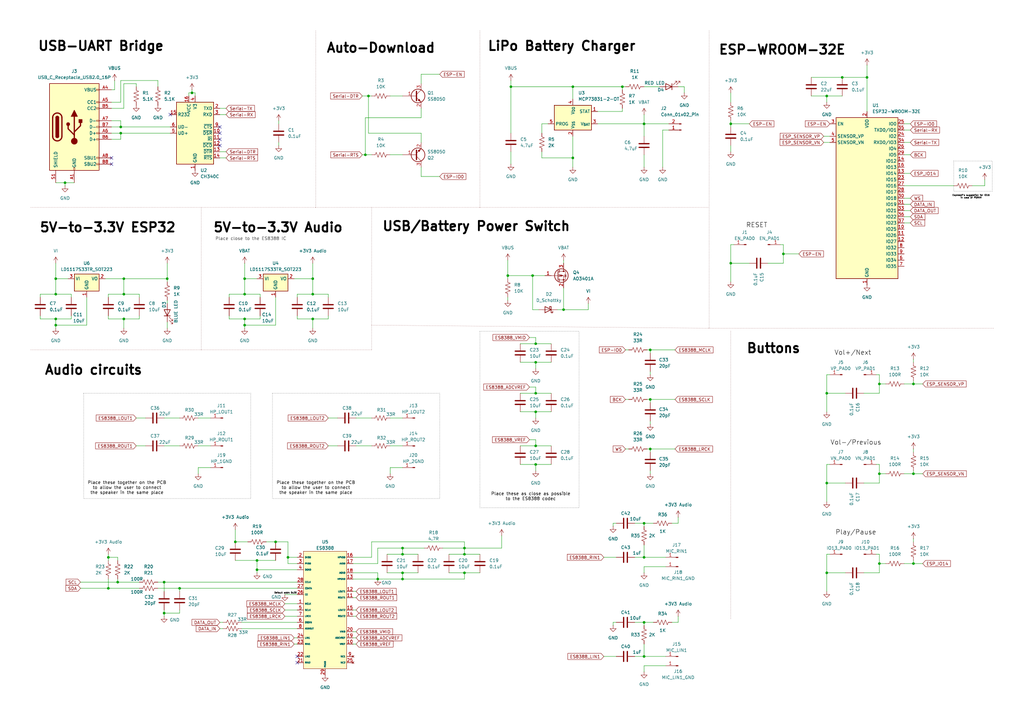
<source format=kicad_sch>
(kicad_sch (version 20231120) (generator "eeschema") (generator_version "8.0")
  (paper "A3")
  (title_block (title "ESP32_Audio_Board") (date "2025-03-05") (rev "RevA") (comment 1 "Designed by: Rareș Constantin"))
  (junction (at 209.55 35.56))
  (junction (at 219.71 148.59))
  (junction (at 219.71 182.88))
  (junction (at 264.16 214.63))
  (junction (at 234.95 35.56))
  (junction (at 374.65 157.48))
  (junction (at 22.86 120.65))
  (junction (at 190.5 227.33))
  (junction (at 219.71 190.5))
  (junction (at 231.14 127))
  (junction (at 219.71 161.29))
  (junction (at 299.72 50.8))
  (junction (at 100.33 130.81))
  (junction (at 154.94 237.49))
  (junction (at 118.11 228.6))
  (junction (at 264.16 255.27))
  (junction (at 105.41 229.87))
  (junction (at 165.1 237.49))
  (junction (at 44.45 228.6))
  (junction (at 78.74 38.1))
  (junction (at 100.33 114.3))
  (junction (at 50.8 120.65))
  (junction (at 128.27 130.81))
  (junction (at 26.67 74.93))
  (junction (at 264.16 269.24))
  (junction (at 360.68 231.14))
  (junction (at 22.86 133.35))
  (junction (at 219.71 168.91))
  (junction (at 234.95 64.77))
  (junction (at 100.33 133.35))
  (junction (at 67.31 251.46))
  (junction (at 50.8 130.81))
  (junction (at 48.26 238.76))
  (junction (at 113.03 222.25))
  (junction (at 264.16 228.6))
  (junction (at 299.72 107.95))
  (junction (at 266.7 163.83))
  (junction (at 68.58 114.3))
  (junction (at 255.27 35.56))
  (junction (at 374.65 194.31))
  (junction (at 339.09 198.12))
  (junction (at 22.86 130.81))
  (junction (at 49.53 52.07))
  (junction (at 321.31 104.14))
  (junction (at 128.27 114.3))
  (junction (at 190.5 234.95))
  (junction (at 100.33 120.65))
  (junction (at 67.31 238.76))
  (junction (at 128.27 120.65))
  (junction (at 165.1 234.95))
  (junction (at 208.28 113.03))
  (junction (at 50.8 114.3))
  (junction (at 360.68 194.31))
  (junction (at 360.68 157.48))
  (junction (at 355.6 31.75))
  (junction (at 190.5 224.79))
  (junction (at 266.7 184.15))
  (junction (at 339.09 39.37))
  (junction (at 218.44 113.03))
  (junction (at 151.13 39.37))
  (junction (at 345.44 31.75))
  (junction (at 219.71 140.97))
  (junction (at 339.09 234.95))
  (junction (at 96.52 222.25))
  (junction (at 49.53 54.61))
  (junction (at 105.41 233.68))
  (junction (at 165.1 224.79))
  (junction (at 73.66 241.3))
  (junction (at 22.86 114.3))
  (junction (at 165.1 227.33))
  (junction (at 339.09 161.29))
  (junction (at 149.86 63.5))
  (junction (at 44.45 241.3))
  (junction (at 266.7 143.51))
  (junction (at 374.65 231.14))
  (junction (at 264.16 50.8))
  (no_connect (at 121.92 269.24))
  (no_connect (at 121.92 271.78))
  (no_connect (at 90.17 59.69))
  (no_connect (at 45.72 64.77))
  (no_connect (at 90.17 54.61))
  (no_connect (at 90.17 52.07))
  (no_connect (at 90.17 57.15))
  (no_connect (at 69.85 46.99))
  (no_connect (at 45.72 67.31))
  (wire (pts (xy 68.58 123.19) (xy 68.58 124.46)))
  (wire (pts (xy 165.1 224.79) (xy 165.1 227.33)))
  (wire (pts (xy 80.01 39.37) (xy 80.01 38.1)))
  (wire (pts (xy 264.16 68.58) (xy 264.16 63.5)))
  (wire (pts (xy 339.09 190.5) (xy 339.09 198.12)))
  (wire (pts (xy 213.36 148.59) (xy 219.71 148.59)))
  (wire (pts (xy 339.09 234.95) (xy 346.71 234.95)))
  (wire (pts (xy 370.84 231.14) (xy 374.65 231.14)))
  (wire (pts (xy 339.09 161.29) (xy 346.71 161.29)))
  (wire (pts (xy 266.7 193.04) (xy 266.7 194.31)))
  (wire (pts (xy 96.52 217.17) (xy 96.52 222.25)))
  (wire (pts (xy 219.71 190.5) (xy 219.71 193.04)))
  (wire (pts (xy 208.28 113.03) (xy 218.44 113.03)))
  (wire (pts (xy 45.72 57.15) (xy 49.53 57.15)))
  (wire (pts (xy 16.51 129.54) (xy 16.51 130.81)))
  (wire (pts (xy 154.94 224.79) (xy 165.1 224.79)))
  (wire (pts (xy 403.86 73.66) (xy 403.86 76.2)))
  (wire (pts (xy 184.15 234.95) (xy 190.5 234.95)))
  (wire (pts (xy 213.36 190.5) (xy 219.71 190.5)))
  (wire (pts (xy 49.53 54.61) (xy 49.53 57.15)))
  (wire (pts (xy 190.5 234.95) (xy 190.5 237.49)))
  (wire (pts (xy 146.05 252.73) (xy 144.78 252.73)))
  (wire (pts (xy 57.15 120.65) (xy 57.15 121.92)))
  (wire (pts (xy 184.15 227.33) (xy 190.5 227.33)))
  (wire (pts (xy 213.36 182.88) (xy 219.71 182.88)))
  (wire (pts (xy 370.84 194.31) (xy 374.65 194.31)))
  (wire (pts (xy 144.78 264.16) (xy 146.05 264.16)))
  (wire (pts (xy 252.73 255.27) (xy 251.46 255.27)))
  (wire (pts (xy 172.72 48.26) (xy 149.86 48.26)))
  (wire (pts (xy 121.92 120.65) (xy 128.27 120.65)))
  (wire (pts (xy 359.41 190.5) (xy 360.68 190.5)))
  (wire (pts (xy 234.95 64.77) (xy 234.95 55.88)))
  (polyline (pts (xy 12.7 143.51) (xy 82.55 143.51)) (stroke (width 0) (type dot) (color 107 0 0 1)))
  (wire (pts (xy 152.4 222.25) (xy 190.5 222.25)))
  (wire (pts (xy 152.4 222.25) (xy 152.4 228.6)))
  (wire (pts (xy 339.09 39.37) (xy 345.44 39.37)))
  (wire (pts (xy 299.72 49.53) (xy 299.72 50.8)))
  (wire (pts (xy 370.84 58.42) (xy 373.38 58.42)))
  (wire (pts (xy 264.16 275.59) (xy 264.16 273.05)))
  (wire (pts (xy 355.6 31.75) (xy 355.6 45.72)))
  (wire (pts (xy 278.13 35.56) (xy 280.67 35.56)))
  (wire (pts (xy 90.17 62.23) (xy 92.71 62.23)))
  (wire (pts (xy 299.72 59.69) (xy 299.72 62.23)))
  (wire (pts (xy 99.06 255.27) (xy 121.92 255.27)))
  (wire (pts (xy 26.67 74.93) (xy 30.48 74.93)))
  (wire (pts (xy 121.92 233.68) (xy 105.41 233.68)))
  (wire (pts (xy 370.84 88.9) (xy 373.38 88.9)))
  (wire (pts (xy 67.31 251.46) (xy 67.31 252.73)))
  (wire (pts (xy 172.72 68.58) (xy 172.72 72.39)))
  (wire (pts (xy 231.14 127) (xy 241.3 127)))
  (wire (pts (xy 144.78 259.08) (xy 146.05 259.08)))
  (wire (pts (xy 339.09 227.33) (xy 339.09 234.95)))
  (wire (pts (xy 78.74 38.1) (xy 80.01 38.1)))
  (wire (pts (xy 105.41 229.87) (xy 105.41 233.68)))
  (wire (pts (xy 49.53 49.53) (xy 49.53 52.07)))
  (wire (pts (xy 260.35 214.63) (xy 264.16 214.63)))
  (wire (pts (xy 374.65 220.98) (xy 374.65 222.25)))
  (wire (pts (xy 35.56 121.92) (xy 35.56 133.35)))
  (wire (pts (xy 106.68 130.81) (xy 100.33 130.81)))
  (wire (pts (xy 160.02 63.5) (xy 165.1 63.5)))
  (wire (pts (xy 256.54 163.83) (xy 257.81 163.83)))
  (wire (pts (xy 16.51 130.81) (xy 22.86 130.81)))
  (wire (pts (xy 339.09 39.37) (xy 339.09 41.91)))
  (wire (pts (xy 264.16 215.9) (xy 264.16 214.63)))
  (wire (pts (xy 120.65 261.62) (xy 121.92 261.62)))
  (wire (pts (xy 73.66 241.3) (xy 121.92 241.3)))
  (wire (pts (xy 374.65 156.21) (xy 374.65 157.48)))
  (wire (pts (xy 22.86 130.81) (xy 22.86 133.35)))
  (wire (pts (xy 22.86 74.93) (xy 26.67 74.93)))
  (wire (pts (xy 219.71 182.88) (xy 219.71 180.34)))
  (wire (pts (xy 190.5 224.79) (xy 205.74 224.79)))
  (wire (pts (xy 264.16 256.54) (xy 264.16 255.27)))
  (wire (pts (xy 339.09 198.12) (xy 339.09 205.74)))
  (wire (pts (xy 219.71 148.59) (xy 219.71 151.13)))
  (wire (pts (xy 321.31 104.14) (xy 327.66 104.14)))
  (wire (pts (xy 360.68 153.67) (xy 360.68 157.48)))
  (wire (pts (xy 260.35 228.6) (xy 264.16 228.6)))
  (wire (pts (xy 154.94 231.14) (xy 154.94 224.79)))
  (wire (pts (xy 57.15 129.54) (xy 57.15 130.81)))
  (wire (pts (xy 100.33 114.3) (xy 100.33 120.65)))
  (polyline (pts (xy 129.54 12.7) (xy 129.54 85.09)) (stroke (width 0) (type dot) (color 71 2 0 1)))
  (wire (pts (xy 360.68 190.5) (xy 360.68 194.31)))
  (wire (pts (xy 48.26 228.6) (xy 44.45 228.6)))
  (wire (pts (xy 339.09 190.5) (xy 340.36 190.5)))
  (wire (pts (xy 105.41 229.87) (xy 113.03 229.87)))
  (wire (pts (xy 255.27 35.56) (xy 255.27 36.83)))
  (wire (pts (xy 128.27 130.81) (xy 128.27 134.62)))
  (wire (pts (xy 67.31 238.76) (xy 121.92 238.76)))
  (wire (pts (xy 252.73 214.63) (xy 251.46 214.63)))
  (wire (pts (xy 154.94 237.49) (xy 165.1 237.49)))
  (wire (pts (xy 231.14 106.68) (xy 231.14 107.95)))
  (wire (pts (xy 73.66 241.3) (xy 73.66 242.57)))
  (wire (pts (xy 231.14 118.11) (xy 231.14 127)))
  (wire (pts (xy 219.71 182.88) (xy 226.06 182.88)))
  (wire (pts (xy 245.11 50.8) (xy 264.16 50.8)))
  (wire (pts (xy 149.86 48.26) (xy 149.86 63.5)))
  (wire (pts (xy 118.11 231.14) (xy 118.11 228.6)))
  (wire (pts (xy 209.55 33.02) (xy 209.55 35.56)))
  (wire (pts (xy 208.28 106.68) (xy 208.28 113.03)))
  (wire (pts (xy 22.86 133.35) (xy 22.86 134.62)))
  (wire (pts (xy 205.74 219.71) (xy 205.74 224.79)))
  (wire (pts (xy 172.72 34.29) (xy 172.72 30.48)))
  (wire (pts (xy 44.45 237.49) (xy 44.45 241.3)))
  (wire (pts (xy 93.98 129.54) (xy 93.98 130.81)))
  (wire (pts (xy 266.7 163.83) (xy 276.86 163.83)))
  (wire (pts (xy 251.46 214.63) (xy 251.46 215.9)))
  (wire (pts (xy 190.5 224.79) (xy 190.5 222.25)))
  (wire (pts (xy 224.79 50.8) (xy 222.25 50.8)))
  (wire (pts (xy 370.84 91.44) (xy 373.38 91.44)))
  (wire (pts (xy 360.68 157.48) (xy 360.68 161.29)))
  (wire (pts (xy 165.1 227.33) (xy 171.45 227.33)))
  (wire (pts (xy 121.92 121.92) (xy 121.92 120.65)))
  (wire (pts (xy 360.68 157.48) (xy 363.22 157.48)))
  (wire (pts (xy 266.7 184.15) (xy 276.86 184.15)))
  (wire (pts (xy 373.38 63.5) (xy 370.84 63.5)))
  (wire (pts (xy 220.98 127) (xy 218.44 127)))
  (wire (pts (xy 228.6 127) (xy 231.14 127)))
  (wire (pts (xy 100.33 120.65) (xy 106.68 120.65)))
  (wire (pts (xy 50.8 44.45) (xy 45.72 44.45)))
  (wire (pts (xy 158.75 227.33) (xy 165.1 227.33)))
  (wire (pts (xy 266.7 165.1) (xy 266.7 163.83)))
  (polyline (pts (xy 152.4 85.09) (xy 152.4 143.51)) (stroke (width 0) (type dot) (color 71 2 0 1)))
  (wire (pts (xy 374.65 184.15) (xy 374.65 185.42)))
  (wire (pts (xy 121.92 130.81) (xy 128.27 130.81)))
  (wire (pts (xy 217.17 180.34) (xy 219.71 180.34)))
  (wire (pts (xy 264.16 46.99) (xy 264.16 50.8)))
  (wire (pts (xy 144.78 234.95) (xy 154.94 234.95)))
  (wire (pts (xy 264.16 50.8) (xy 274.32 50.8)))
  (wire (pts (xy 208.28 123.19) (xy 208.28 121.92)))
  (wire (pts (xy 266.7 185.42) (xy 266.7 184.15)))
  (wire (pts (xy 106.68 129.54) (xy 106.68 130.81)))
  (wire (pts (xy 49.53 41.91) (xy 45.72 41.91)))
  (wire (pts (xy 266.7 143.51) (xy 276.86 143.51)))
  (wire (pts (xy 100.33 107.95) (xy 100.33 114.3)))
  (wire (pts (xy 118.11 222.25) (xy 118.11 228.6)))
  (wire (pts (xy 360.68 194.31) (xy 363.22 194.31)))
  (wire (pts (xy 275.59 214.63) (xy 278.13 214.63)))
  (wire (pts (xy 134.62 120.65) (xy 134.62 121.92)))
  (wire (pts (xy 360.68 194.31) (xy 360.68 198.12)))
  (wire (pts (xy 45.72 52.07) (xy 49.53 52.07)))
  (wire (pts (xy 68.58 107.95) (xy 68.58 114.3)))
  (wire (pts (xy 90.17 257.81) (xy 91.44 257.81)))
  (wire (pts (xy 67.31 182.88) (xy 73.66 182.88)))
  (wire (pts (xy 172.72 58.42) (xy 172.72 54.61)))
  (wire (pts (xy 48.26 237.49) (xy 48.26 238.76)))
  (wire (pts (xy 213.36 161.29) (xy 219.71 161.29)))
  (wire (pts (xy 48.26 228.6) (xy 48.26 229.87)))
  (wire (pts (xy 234.95 35.56) (xy 255.27 35.56)))
  (wire (pts (xy 321.31 104.14) (xy 321.31 107.95)))
  (wire (pts (xy 114.3 59.69) (xy 114.3 58.42)))
  (wire (pts (xy 339.09 153.67) (xy 340.36 153.67)))
  (wire (pts (xy 219.71 168.91) (xy 226.06 168.91)))
  (wire (pts (xy 29.21 120.65) (xy 29.21 121.92)))
  (wire (pts (xy 217.17 158.75) (xy 219.71 158.75)))
  (wire (pts (xy 271.78 53.34) (xy 271.78 68.58)))
  (wire (pts (xy 172.72 54.61) (xy 151.13 54.61)))
  (wire (pts (xy 190.5 237.49) (xy 165.1 237.49)))
  (wire (pts (xy 339.09 161.29) (xy 339.09 168.91)))
  (wire (pts (xy 116.84 247.65) (xy 121.92 247.65)))
  (wire (pts (xy 217.17 138.43) (xy 219.71 138.43)))
  (wire (pts (xy 144.78 231.14) (xy 154.94 231.14)))
  (wire (pts (xy 219.71 148.59) (xy 226.06 148.59)))
  (wire (pts (xy 96.52 229.87) (xy 105.41 229.87)))
  (wire (pts (xy 264.16 232.41) (xy 273.05 232.41)))
  (wire (pts (xy 209.55 35.56) (xy 234.95 35.56)))
  (wire (pts (xy 90.17 46.99) (xy 92.71 46.99)))
  (wire (pts (xy 251.46 255.27) (xy 251.46 256.54)))
  (wire (pts (xy 128.27 114.3) (xy 128.27 120.65)))
  (wire (pts (xy 146.05 171.45) (xy 152.4 171.45)))
  (wire (pts (xy 148.59 39.37) (xy 151.13 39.37)))
  (wire (pts (xy 234.95 68.58) (xy 234.95 64.77)))
  (wire (pts (xy 219.71 161.29) (xy 226.06 161.29)))
  (wire (pts (xy 264.16 264.16) (xy 264.16 269.24)))
  (wire (pts (xy 73.66 250.19) (xy 73.66 251.46)))
  (wire (pts (xy 339.09 198.12) (xy 346.71 198.12)))
  (wire (pts (xy 68.58 114.3) (xy 68.58 115.57)))
  (wire (pts (xy 148.59 63.5) (xy 149.86 63.5)))
  (wire (pts (xy 213.36 168.91) (xy 219.71 168.91)))
  (wire (pts (xy 222.25 50.8) (xy 222.25 54.61)))
  (wire (pts (xy 265.43 184.15) (xy 266.7 184.15)))
  (wire (pts (xy 160.02 39.37) (xy 165.1 39.37)))
  (wire (pts (xy 172.72 44.45) (xy 172.72 48.26)))
  (wire (pts (xy 33.02 238.76) (xy 48.26 238.76)))
  (wire (pts (xy 44.45 227.33) (xy 44.45 228.6)))
  (wire (pts (xy 181.61 224.79) (xy 190.5 224.79)))
  (wire (pts (xy 354.33 161.29) (xy 360.68 161.29)))
  (wire (pts (xy 45.72 49.53) (xy 49.53 49.53)))
  (wire (pts (xy 128.27 107.95) (xy 128.27 114.3)))
  (wire (pts (xy 151.13 39.37) (xy 152.4 39.37)))
  (wire (pts (xy 190.5 227.33) (xy 196.85 227.33)))
  (wire (pts (xy 44.45 130.81) (xy 50.8 130.81)))
  (wire (pts (xy 280.67 35.56) (xy 280.67 38.1)))
  (polyline (pts (xy 290.83 12.7) (xy 290.83 134.62)) (stroke (width 0) (type dot) (color 71 2 0 1)))
  (wire (pts (xy 29.21 130.81) (xy 22.86 130.81)))
  (wire (pts (xy 93.98 120.65) (xy 100.33 120.65)))
  (wire (pts (xy 172.72 72.39) (xy 180.34 72.39)))
  (wire (pts (xy 50.8 114.3) (xy 68.58 114.3)))
  (polyline (pts (xy 82.55 85.09) (xy 82.55 143.51)) (stroke (width 0) (type dot) (color 71 2 0 1)))
  (wire (pts (xy 49.53 52.07) (xy 69.85 52.07)))
  (wire (pts (xy 49.53 33.02) (xy 64.77 33.02)))
  (wire (pts (xy 337.82 58.42) (xy 340.36 58.42)))
  (wire (pts (xy 370.84 157.48) (xy 374.65 157.48)))
  (wire (pts (xy 77.47 39.37) (xy 77.47 38.1)))
  (wire (pts (xy 218.44 113.03) (xy 223.52 113.03)))
  (wire (pts (xy 160.02 171.45) (xy 165.1 171.45)))
  (wire (pts (xy 29.21 129.54) (xy 29.21 130.81)))
  (wire (pts (xy 255.27 44.45) (xy 255.27 45.72)))
  (wire (pts (xy 48.26 238.76) (xy 57.15 238.76)))
  (wire (pts (xy 67.31 251.46) (xy 73.66 251.46)))
  (wire (pts (xy 374.65 147.32) (xy 374.65 148.59)))
  (wire (pts (xy 339.09 227.33) (xy 340.36 227.33)))
  (wire (pts (xy 67.31 238.76) (xy 67.31 242.57)))
  (wire (pts (xy 90.17 44.45) (xy 92.71 44.45)))
  (wire (pts (xy 55.88 171.45) (xy 59.69 171.45)))
  (wire (pts (xy 100.33 133.35) (xy 113.03 133.35)))
  (wire (pts (xy 64.77 238.76) (xy 67.31 238.76)))
  (wire (pts (xy 264.16 50.8) (xy 264.16 55.88)))
  (polyline (pts (xy 152.4 133.35) (xy 290.83 134.62)) (stroke (width 0) (type dot) (color 107 0 0 1)))
  (wire (pts (xy 16.51 121.92) (xy 16.51 120.65)))
  (wire (pts (xy 99.06 257.81) (xy 121.92 257.81)))
  (wire (pts (xy 50.8 114.3) (xy 50.8 120.65)))
  (polyline (pts (xy 290.83 134.62) (xy 407.67 134.62)) (stroke (width 0) (type dot) (color 107 0 0 1)))
  (wire (pts (xy 165.1 191.77) (xy 160.02 191.77)))
  (wire (pts (xy 172.72 30.48) (xy 180.34 30.48)))
  (wire (pts (xy 213.36 140.97) (xy 219.71 140.97)))
  (wire (pts (xy 116.84 252.73) (xy 121.92 252.73)))
  (wire (pts (xy 64.77 241.3) (xy 73.66 241.3)))
  (wire (pts (xy 264.16 234.95) (xy 264.16 232.41)))
  (wire (pts (xy 370.84 86.36) (xy 373.38 86.36)))
  (wire (pts (xy 241.3 124.46) (xy 241.3 127)))
  (wire (pts (xy 86.36 191.77) (xy 81.28 191.77)))
  (wire (pts (xy 22.86 120.65) (xy 29.21 120.65)))
  (wire (pts (xy 222.25 64.77) (xy 234.95 64.77)))
  (wire (pts (xy 93.98 130.81) (xy 100.33 130.81)))
  (wire (pts (xy 90.17 255.27) (xy 91.44 255.27)))
  (wire (pts (xy 109.22 222.25) (xy 113.03 222.25)))
  (wire (pts (xy 314.96 107.95) (xy 321.31 107.95)))
  (wire (pts (xy 113.03 222.25) (xy 118.11 222.25)))
  (wire (pts (xy 44.45 120.65) (xy 50.8 120.65)))
  (wire (pts (xy 144.78 237.49) (xy 154.94 237.49)))
  (wire (pts (xy 219.71 161.29) (xy 219.71 158.75)))
  (wire (pts (xy 260.35 255.27) (xy 264.16 255.27)))
  (wire (pts (xy 320.04 100.33) (xy 321.31 100.33)))
  (wire (pts (xy 120.65 264.16) (xy 121.92 264.16)))
  (wire (pts (xy 120.65 114.3) (xy 128.27 114.3)))
  (wire (pts (xy 247.65 269.24) (xy 252.73 269.24)))
  (wire (pts (xy 146.05 250.19) (xy 144.78 250.19)))
  (wire (pts (xy 26.67 74.93) (xy 26.67 76.2)))
  (wire (pts (xy 44.45 241.3) (xy 57.15 241.3)))
  (wire (pts (xy 16.51 120.65) (xy 22.86 120.65)))
  (wire (pts (xy 245.11 45.72) (xy 255.27 45.72)))
  (wire (pts (xy 44.45 129.54) (xy 44.45 130.81)))
  (wire (pts (xy 256.54 143.51) (xy 257.81 143.51)))
  (wire (pts (xy 49.53 54.61) (xy 69.85 54.61)))
  (wire (pts (xy 299.72 107.95) (xy 299.72 115.57)))
  (wire (pts (xy 44.45 121.92) (xy 44.45 120.65)))
  (wire (pts (xy 78.74 36.83) (xy 78.74 38.1)))
  (wire (pts (xy 45.72 36.83) (xy 46.99 36.83)))
  (wire (pts (xy 22.86 114.3) (xy 27.94 114.3)))
  (wire (pts (xy 64.77 33.02) (xy 64.77 35.56)))
  (wire (pts (xy 165.1 224.79) (xy 173.99 224.79)))
  (wire (pts (xy 247.65 228.6) (xy 252.73 228.6)))
  (wire (pts (xy 219.71 190.5) (xy 226.06 190.5)))
  (wire (pts (xy 374.65 157.48) (xy 378.46 157.48)))
  (wire (pts (xy 219.71 140.97) (xy 226.06 140.97)))
  (wire (pts (xy 373.38 81.28) (xy 370.84 81.28)))
  (wire (pts (xy 144.78 245.11) (xy 146.05 245.11)))
  (wire (pts (xy 96.52 222.25) (xy 101.6 222.25)))
  (wire (pts (xy 44.45 228.6) (xy 44.45 229.87)))
  (wire (pts (xy 100.33 130.81) (xy 100.33 133.35)))
  (wire (pts (xy 134.62 130.81) (xy 128.27 130.81)))
  (wire (pts (xy 55.88 182.88) (xy 59.69 182.88)))
  (wire (pts (xy 114.3 49.53) (xy 114.3 50.8)))
  (wire (pts (xy 370.84 50.8) (xy 373.38 50.8)))
  (wire (pts (xy 121.92 129.54) (xy 121.92 130.81)))
  (wire (pts (xy 77.47 38.1) (xy 78.74 38.1)))
  (wire (pts (xy 278.13 252.73) (xy 278.13 255.27)))
  (wire (pts (xy 43.18 114.3) (xy 50.8 114.3)))
  (wire (pts (xy 190.5 224.79) (xy 190.5 227.33)))
  (wire (pts (xy 22.86 133.35) (xy 35.56 133.35)))
  (wire (pts (xy 158.75 234.95) (xy 165.1 234.95)))
  (polyline (pts (xy 196.85 85.09) (xy 290.83 85.09)) (stroke (width 0) (type dot) (color 107 0 0 1)))
  (wire (pts (xy 370.84 76.2) (xy 391.16 76.2)))
  (wire (pts (xy 208.28 113.03) (xy 208.28 114.3)))
  (wire (pts (xy 144.78 242.57) (xy 146.05 242.57)))
  (wire (pts (xy 50.8 34.29) (xy 55.88 34.29)))
  (wire (pts (xy 50.8 130.81) (xy 50.8 134.62)))
  (wire (pts (xy 360.68 231.14) (xy 360.68 234.95)))
  (wire (pts (xy 118.11 228.6) (xy 121.92 228.6)))
  (wire (pts (xy 374.65 194.31) (xy 378.46 194.31)))
  (wire (pts (xy 50.8 120.65) (xy 57.15 120.65)))
  (wire (pts (xy 264.16 228.6) (xy 273.05 228.6)))
  (wire (pts (xy 152.4 228.6) (xy 144.78 228.6)))
  (wire (pts (xy 46.99 33.02) (xy 46.99 36.83)))
  (polyline (pts (xy 299.72 135.89) (xy 299.72 254)) (stroke (width 0) (type dot) (color 71 2 0 1)))
  (wire (pts (xy 113.03 121.92) (xy 113.03 133.35)))
  (wire (pts (xy 33.02 241.3) (xy 44.45 241.3)))
  (wire (pts (xy 128.27 120.65) (xy 134.62 120.65)))
  (wire (pts (xy 275.59 255.27) (xy 278.13 255.27)))
  (wire (pts (xy 67.31 171.45) (xy 73.66 171.45)))
  (wire (pts (xy 121.92 243.84) (xy 116.84 243.84)))
  (wire (pts (xy 265.43 143.51) (xy 266.7 143.51)))
  (wire (pts (xy 165.1 234.95) (xy 165.1 237.49)))
  (wire (pts (xy 160.02 191.77) (xy 160.02 194.31)))
  (wire (pts (xy 149.86 63.5) (xy 152.4 63.5)))
  (wire (pts (xy 355.6 26.67) (xy 355.6 31.75)))
  (wire (pts (xy 219.71 140.97) (xy 219.71 138.43)))
  (wire (pts (xy 264.16 269.24) (xy 273.05 269.24)))
  (wire (pts (xy 134.62 129.54) (xy 134.62 130.81)))
  (wire (pts (xy 354.33 234.95) (xy 360.68 234.95)))
  (wire (pts (xy 165.1 234.95) (xy 171.45 234.95)))
  (wire (pts (xy 337.82 55.88) (xy 340.36 55.88)))
  (wire (pts (xy 278.13 212.09) (xy 278.13 214.63)))
  (wire (pts (xy 105.41 233.68) (xy 105.41 234.95)))
  (wire (pts (xy 260.35 269.24) (xy 264.16 269.24)))
  (polyline (pts (xy 196.85 12.7) (xy 196.85 85.09)) (stroke (width 0) (type dot) (color 71 2 0 1)))
  (wire (pts (xy 264.16 214.63) (xy 267.97 214.63)))
  (wire (pts (xy 22.86 107.95) (xy 22.86 114.3)))
  (wire (pts (xy 374.65 229.87) (xy 374.65 231.14)))
  (wire (pts (xy 359.41 153.67) (xy 360.68 153.67)))
  (wire (pts (xy 374.65 193.04) (xy 374.65 194.31)))
  (wire (pts (xy 151.13 39.37) (xy 151.13 54.61)))
  (wire (pts (xy 339.09 234.95) (xy 339.09 242.57)))
  (wire (pts (xy 370.84 53.34) (xy 373.38 53.34)))
  (wire (pts (xy 339.09 153.67) (xy 339.09 161.29)))
  (wire (pts (xy 264.16 35.56) (xy 270.51 35.56)))
  (wire (pts (xy 345.44 31.75) (xy 355.6 31.75)))
  (wire (pts (xy 299.72 50.8) (xy 307.34 50.8)))
  (wire (pts (xy 134.62 171.45) (xy 138.43 171.45)))
  (polyline (pts (xy 12.7 85.09) (xy 129.54 85.09)) (stroke (width 0) (type dot) (color 107 0 0 1)))
  (wire (pts (xy 332.74 31.75) (xy 345.44 31.75)))
  (wire (pts (xy 266.7 172.72) (xy 266.7 173.99)))
  (wire (pts (xy 266.7 152.4) (xy 266.7 153.67)))
  (wire (pts (xy 57.15 130.81) (xy 50.8 130.81)))
  (wire (pts (xy 154.94 234.95) (xy 154.94 237.49)))
  (wire (pts (xy 360.68 231.14) (xy 363.22 231.14)))
  (wire (pts (xy 222.25 62.23) (xy 222.25 64.77)))
  (wire (pts (xy 274.32 53.34) (xy 271.78 53.34)))
  (wire (pts (xy 332.74 39.37) (xy 339.09 39.37)))
  (wire (pts (xy 219.71 168.91) (xy 219.71 171.45)))
  (wire (pts (xy 264.16 255.27) (xy 267.97 255.27)))
  (wire (pts (xy 45.72 54.61) (xy 49.53 54.61)))
  (wire (pts (xy 93.98 121.92) (xy 93.98 120.65)))
  (wire (pts (xy 266.7 144.78) (xy 266.7 143.51)))
  (wire (pts (xy 218.44 127) (xy 218.44 113.03)))
  (polyline (pts (xy 82.55 143.51) (xy 152.4 143.51)) (stroke (width 0) (type dot) (color 107 0 0 1)))
  (wire (pts (xy 81.28 182.88) (xy 86.36 182.88)))
  (wire (pts (xy 50.8 34.29) (xy 50.8 44.45)))
  (wire (pts (xy 234.95 35.56) (xy 234.95 40.64)))
  (wire (pts (xy 209.55 62.23) (xy 209.55 67.31)))
  (wire (pts (xy 121.92 231.14) (xy 118.11 231.14)))
  (wire (pts (xy 255.27 35.56) (xy 256.54 35.56)))
  (wire (pts (xy 370.84 71.12) (xy 373.38 71.12)))
  (wire (pts (xy 299.72 100.33) (xy 299.72 107.95)))
  (wire (pts (xy 299.72 100.33) (xy 300.99 100.33)))
  (wire (pts (xy 116.84 250.19) (xy 121.92 250.19)))
  (wire (pts (xy 100.33 114.3) (xy 105.41 114.3)))
  (wire (pts (xy 299.72 107.95) (xy 307.34 107.95)))
  (wire (pts (xy 360.68 227.33) (xy 360.68 231.14)))
  (polyline (pts (xy 129.54 85.09) (xy 196.85 85.09)) (stroke (width 0) (type dot) (color 107 0 0 1)))
  (wire (pts (xy 106.68 120.65) (xy 106.68 121.92)))
  (wire (pts (xy 190.5 234.95) (xy 196.85 234.95)))
  (wire (pts (xy 90.17 64.77) (xy 92.71 64.77)))
  (wire (pts (xy 144.78 261.62) (xy 146.05 261.62)))
  (wire (pts (xy 160.02 182.88) (xy 165.1 182.88)))
  (wire (pts (xy 22.86 114.3) (xy 22.86 120.65)))
  (wire (pts (xy 49.53 33.02) (xy 49.53 41.91)))
  (wire (pts (xy 134.62 182.88) (xy 138.43 182.88)))
  (wire (pts (xy 370.84 83.82) (xy 373.38 83.82)))
  (wire (pts (xy 299.72 38.1) (xy 299.72 41.91)))
  (wire (pts (xy 256.54 184.15) (xy 257.81 184.15)))
  (wire (pts (xy 264.16 273.05) (xy 273.05 273.05)))
  (wire (pts (xy 146.05 182.88) (xy 152.4 182.88)))
  (wire (pts (xy 100.33 133.35) (xy 100.33 134.62)))
  (wire (pts (xy 354.33 198.12) (xy 360.68 198.12)))
  (wire (pts (xy 55.88 34.29) (xy 55.88 35.56)))
  (wire (pts (xy 265.43 163.83) (xy 266.7 163.83)))
  (wire (pts (xy 374.65 231.14) (xy 378.46 231.14)))
  (wire (pts (xy 67.31 250.19) (xy 67.31 251.46)))
  (wire (pts (xy 321.31 100.33) (xy 321.31 104.14)))
  (wire (pts (xy 264.16 223.52) (xy 264.16 228.6)))
  (wire (pts (xy 398.78 76.2) (xy 403.86 76.2)))
  (wire (pts (xy 359.41 227.33) (xy 360.68 227.33)))
  (wire (pts (xy 81.28 191.77) (xy 81.28 194.31)))
  (wire (pts (xy 209.55 54.61) (xy 209.55 35.56)))
  (wire (pts (xy 68.58 134.62) (xy 68.58 132.08)))
  (wire (pts (xy 299.72 50.8) (xy 299.72 52.07)))
  (wire (pts (xy 81.28 171.45) (xy 86.36 171.45)))
  (rectangle (start 34.29 161.29) (end 102.87 204.47) (stroke (width 0) (type dot) (color 0 0 0 0.5)))
  (rectangle (start 196.85 135.89) (end 237.49 208.28) (stroke (width 0) (type dot) (color 0 0 0 0.5)))
  (rectangle (start 111.76 161.29) (end 180.34 204.47) (stroke (width 0) (type dot) (color 0 0 0 0.5)))
  (rectangle (start 391.16 66.04) (end 406.9829 78.4191) (stroke (width 0) (type dot) (color 0 0 0 0.5)))
  (text "Place close to the ES8388 IC" (at 102.87 98.044 0) (effects (font (size 1.27 1.27))))
  (text "5V-to-3.3V ESP32" (at 44.196 93.472 0) (effects (font (size 3.81 3.81) (thickness 0.762) (bold yes))))
  (text "Place these as close as possible\nto the ES8388 codec\n" (at 217.678 203.708 0) (effects (font (size 1.27 1.27))))
  (text "Vol+/Next" (at 349.758 144.78 0) (effects (font (size 1.905 1.905))))
  (text "Audio circuits" (at 38.354 151.892 0) (effects (font (size 3.81 3.81) (thickness 0.762) (bold yes))))
  (text "Auto-Download" (at 156.21 19.812 0) (effects (font (size 3.81 3.81) (thickness 0.762) (bold yes))))
  (text "Play/Pause" (at 351.028 218.44 0) (effects (font (size 1.905 1.905))))
  (text "USB-UART Bridge" (at 41.402 19.05 0) (effects (font (size 3.81 3.81) (thickness 0.762) (bold yes))))
  (text "LiPo Battery Charger" (at 230.378 19.05 0) (effects (font (size 3.81 3.81) (thickness 0.762) (bold yes))))
  (text "RESET" (at 310.388 92.456 0) (effects (font (size 1.905 1.905))))
  (text "5V-to-3.3V Audio" (at 114.046 93.472 0) (effects (font (size 3.81 3.81) (thickness 0.762) (bold yes))))
  (text "Default addr: 0x20" (at 117.094 243.332 0) (effects (font (size 0.635 0.635))))
  (text "Place these together on the PCB\nto allow the user to connect\nthe speaker in the same place" (at 52.07 200.152 0) (effects (font (size 1.27 1.27))))
  (text "Espressif's suggestion for IO16\nin case of PSRAM" (at 398.272 80.772 0) (effects (font (size 0.635 0.635))))
  (text "Buttons" (at 317.246 143.002 0) (effects (font (size 3.81 3.81) (thickness 0.762) (bold yes))))
  (text "ESP-WROOM-32E" (at 320.802 20.574 0) (effects (font (size 3.81 3.81) (thickness 0.762) (bold yes))))
  (text "Vol-/Previous" (at 351.028 181.61 0) (effects (font (size 1.905 1.905))))
  (text "Place these together on the PCB\nto allow the user to connect\nthe speaker in the same place" (at 129.54 200.152 0) (effects (font (size 1.27 1.27))))
  (text "USB/Battery Power Switch" (at 195.326 92.964 0) (effects (font (size 3.81 3.81) (thickness 0.762) (bold yes))))
  (global_label "DATA_IN" (shape input) (at 90.17 257.81 180) (property "Intersheetrefs" "${INTERSHEET_REFS}" (effects (hide yes))))
  (global_label "Serial-RTS" (shape input) (at 92.71 64.77 0) (property "Intersheetrefs" "${INTERSHEET_REFS}" (effects (hide yes))))
  (global_label "Serial-RX" (shape input) (at 373.38 53.34 0) (property "Intersheetrefs" "${INTERSHEET_REFS}" (effects (hide yes))))
  (global_label "ES8388_LRCK" (shape input) (at 276.86 184.15 0) (property "Intersheetrefs" "${INTERSHEET_REFS}" (effects (hide yes))))
  (global_label "ES8388_LOUT1" (shape input) (at 55.88 171.45 180) (property "Intersheetrefs" "${INTERSHEET_REFS}" (effects (hide yes))))
  (global_label "SCL" (shape input) (at 33.02 238.76 180) (property "Intersheetrefs" "${INTERSHEET_REFS}" (effects (hide yes))))
  (global_label "SDA" (shape input) (at 373.38 88.9 0) (property "Intersheetrefs" "${INTERSHEET_REFS}" (effects (hide yes))))
  (global_label "ES8388_VREF" (shape input) (at 217.17 180.34 180) (property "Intersheetrefs" "${INTERSHEET_REFS}" (effects (hide yes))))
  (global_label "ESP_SENSOR_VP" (shape input) (at 337.82 55.88 180) (property "Intersheetrefs" "${INTERSHEET_REFS}" (effects (hide yes))))
  (global_label "ES8388_MCLK" (shape input) (at 276.86 143.51 0) (property "Intersheetrefs" "${INTERSHEET_REFS}" (effects (hide yes))))
  (global_label "ES8388_LOUT1" (shape input) (at 146.05 242.57 0) (property "Intersheetrefs" "${INTERSHEET_REFS}" (effects (hide yes))))
  (global_label "ESP-EN" (shape input) (at 327.66 104.14 0) (property "Intersheetrefs" "${INTERSHEET_REFS}" (effects (hide yes))))
  (global_label "ES8388_LIN1" (shape input) (at 120.65 261.62 180) (property "Intersheetrefs" "${INTERSHEET_REFS}" (effects (hide yes))))
  (global_label "WS" (shape input) (at 373.38 81.28 0) (property "Intersheetrefs" "${INTERSHEET_REFS}" (effects (hide yes))))
  (global_label "ESP-IO0" (shape input) (at 256.54 143.51 180) (property "Intersheetrefs" "${INTERSHEET_REFS}" (effects (hide yes))))
  (global_label "Serial-DTR" (shape input) (at 148.59 39.37 180) (property "Intersheetrefs" "${INTERSHEET_REFS}" (effects (hide yes))))
  (global_label "ES8388_VMID" (shape input) (at 217.17 138.43 180) (property "Intersheetrefs" "${INTERSHEET_REFS}" (effects (hide yes))))
  (global_label "ESP_SENSOR_VN" (shape input) (at 337.82 58.42 180) (property "Intersheetrefs" "${INTERSHEET_REFS}" (effects (hide yes))))
  (global_label "ES8388_VREF" (shape input) (at 146.05 264.16 0) (property "Intersheetrefs" "${INTERSHEET_REFS}" (effects (hide yes))))
  (global_label "Serial-DTR" (shape input) (at 92.71 62.23 0) (property "Intersheetrefs" "${INTERSHEET_REFS}" (effects (hide yes))))
  (global_label "DATA_OUT" (shape input) (at 373.38 86.36 0) (property "Intersheetrefs" "${INTERSHEET_REFS}" (effects (hide yes))))
  (global_label "ES8388_ROUT1" (shape input) (at 55.88 182.88 180) (property "Intersheetrefs" "${INTERSHEET_REFS}" (effects (hide yes))))
  (global_label "ESP_SENSOR_VP" (shape input) (at 378.46 157.48 0) (property "Intersheetrefs" "${INTERSHEET_REFS}" (effects (hide yes))))
  (global_label "ES8388_ROUT2" (shape input) (at 146.05 252.73 0) (property "Intersheetrefs" "${INTERSHEET_REFS}" (effects (hide yes))))
  (global_label "ES8388_SCLK" (shape input) (at 116.84 250.19 180) (property "Intersheetrefs" "${INTERSHEET_REFS}" (effects (hide yes))))
  (global_label "ESP_IO14" (shape input) (at 378.46 231.14 0) (property "Intersheetrefs" "${INTERSHEET_REFS}" (effects (hide yes))))
  (global_label "ES8388_LRCK" (shape input) (at 116.84 252.73 180) (property "Intersheetrefs" "${INTERSHEET_REFS}" (effects (hide yes))))
  (global_label "Serial-TX" (shape input) (at 373.38 58.42 0) (property "Intersheetrefs" "${INTERSHEET_REFS}" (effects (hide yes))))
  (global_label "ESP_IO14" (shape input) (at 373.38 71.12 0) (property "Intersheetrefs" "${INTERSHEET_REFS}" (effects (hide yes))))
  (global_label "ES8388_VMID" (shape input) (at 146.05 259.08 0) (property "Intersheetrefs" "${INTERSHEET_REFS}" (effects (hide yes))))
  (global_label "Serial-TX" (shape input) (at 92.71 44.45 0) (property "Intersheetrefs" "${INTERSHEET_REFS}" (effects (hide yes))))
  (global_label "ES8388_RIN1" (shape input) (at 120.65 264.16 180) (property "Intersheetrefs" "${INTERSHEET_REFS}" (effects (hide yes))))
  (global_label "ES8388_SCLK" (shape input) (at 276.86 163.83 0) (property "Intersheetrefs" "${INTERSHEET_REFS}" (effects (hide yes))))
  (global_label "ESP-EN" (shape input) (at 307.34 50.8 0) (property "Intersheetrefs" "${INTERSHEET_REFS}" (effects (hide yes))))
  (global_label "WS" (shape input) (at 256.54 184.15 180) (property "Intersheetrefs" "${INTERSHEET_REFS}" (effects (hide yes))))
  (global_label "ES8388_ADCVREF" (shape input) (at 217.17 158.75 180) (property "Intersheetrefs" "${INTERSHEET_REFS}" (effects (hide yes))))
  (global_label "ESP-IO0" (shape input) (at 373.38 50.8 0) (property "Intersheetrefs" "${INTERSHEET_REFS}" (effects (hide yes))))
  (global_label "ES8388_LOUT2" (shape input) (at 146.05 250.19 0) (property "Intersheetrefs" "${INTERSHEET_REFS}" (effects (hide yes))))
  (global_label "DATA_IN" (shape input) (at 373.38 83.82 0) (property "Intersheetrefs" "${INTERSHEET_REFS}" (effects (hide yes))))
  (global_label "ES8388_RIN1" (shape input) (at 247.65 228.6 180) (property "Intersheetrefs" "${INTERSHEET_REFS}" (effects (hide yes))))
  (global_label "ESP-IO0" (shape input) (at 180.34 72.39 0) (property "Intersheetrefs" "${INTERSHEET_REFS}" (effects (hide yes))))
  (global_label "DATA_OUT" (shape input) (at 90.17 255.27 180) (property "Intersheetrefs" "${INTERSHEET_REFS}" (effects (hide yes))))
  (global_label "ES8388_LIN1" (shape input) (at 247.65 269.24 180) (property "Intersheetrefs" "${INTERSHEET_REFS}" (effects (hide yes))))
  (global_label "ES8388_ADCVREF" (shape input) (at 146.05 261.62 0) (property "Intersheetrefs" "${INTERSHEET_REFS}" (effects (hide yes))))
  (global_label "ESP-EN" (shape input) (at 180.34 30.48 0) (property "Intersheetrefs" "${INTERSHEET_REFS}" (effects (hide yes))))
  (global_label "Serial-RTS" (shape input) (at 148.59 63.5 180) (property "Intersheetrefs" "${INTERSHEET_REFS}" (effects (hide yes))))
  (global_label "Serial-RX" (shape input) (at 92.71 46.99 0) (property "Intersheetrefs" "${INTERSHEET_REFS}" (effects (hide yes))))
  (global_label "ESP-EN" (shape input) (at 340.36 50.8 180) (property "Intersheetrefs" "${INTERSHEET_REFS}" (effects (hide yes))))
  (global_label "BCK" (shape input) (at 373.38 63.5 0) (property "Intersheetrefs" "${INTERSHEET_REFS}" (effects (hide yes))))
  (global_label "SDA" (shape input) (at 33.02 241.3 180) (property "Intersheetrefs" "${INTERSHEET_REFS}" (effects (hide yes))))
  (global_label "ES8388_MCLK" (shape input) (at 116.84 247.65 180) (property "Intersheetrefs" "${INTERSHEET_REFS}" (effects (hide yes))))
  (global_label "ES8388_ROUT2" (shape input) (at 134.62 182.88 180) (property "Intersheetrefs" "${INTERSHEET_REFS}" (effects (hide yes))))
  (global_label "ES8388_LOUT2" (shape input) (at 134.62 171.45 180) (property "Intersheetrefs" "${INTERSHEET_REFS}" (effects (hide yes))))
  (global_label "ES8388_ROUT1" (shape input) (at 146.05 245.11 0) (property "Intersheetrefs" "${INTERSHEET_REFS}" (effects (hide yes))))
  (global_label "ESP_SENSOR_VN" (shape input) (at 378.46 194.31 0) (property "Intersheetrefs" "${INTERSHEET_REFS}" (effects (hide yes))))
  (global_label "BCK" (shape input) (at 256.54 163.83 180) (property "Intersheetrefs" "${INTERSHEET_REFS}" (effects (hide yes))))
  (global_label "SCL" (shape input) (at 373.38 91.44 0) (property "Intersheetrefs" "${INTERSHEET_REFS}" (effects (hide yes))))
  (symbol (lib_id "Device:C") (at 209.55 58.42 0) (unit 1)
    (property "Reference" "C5" (at 213.36 57.1499 0) (effects (justify left)))
    (property "Value" "4.7uF" (at 213.36 59.6899 0) (effects (justify left)))
    (property "Footprint" "Capacitor_SMD:C_01005_0402Metric_Pad0.57x0.30mm_HandSolder" (effects (hide yes)))
    (property "Description" "Unpolarized capacitor" (effects (hide yes)))
  )
  (symbol (lib_id "Device:R_US") (at 394.97 76.2 90) (unit 1)
    (property "Reference" "R10" (at 394.97 69.85 90))
    (property "Value" "10K" (at 394.97 72.39 90))
    (property "Footprint" "Resistor_SMD:R_0402_1005Metric_Pad0.72x0.64mm_HandSolder" (effects (hide yes)))
    (property "Description" "Resistor, US symbol" (effects (hide yes)))
  )
  (symbol (lib_id "Connector:Conn_01x01_Pin") (at 314.96 100.33 0) (unit 1)
    (property "Reference" "J4" (at 315.595 95.25 0))
    (property "Value" "EN_PAD1" (at 315.595 97.79 0))
    (property "Description" "Generic connector, single row, 01x01, script generated" (effects (hide yes)))
  )
  (symbol (lib_id "power:+3V3") (at 128.27 107.95 0) (unit 1)
    (property "Reference" "#PWR32" (effects (hide yes)))
    (property "Value" "+3V3 Audio" (at 128.27 102.87 0))
    (property "Description" "Power symbol creates a global label with name \"+3V3\"" (effects (hide yes)))
  )
  (symbol (lib_id "Device:C") (at 299.72 55.88 0) (unit 1)
    (property "Reference" "C4" (at 303.53 54.6099 0) (effects (justify left)))
    (property "Value" "0.1uF" (at 303.53 57.1499 0) (effects (justify left)))
    (property "Footprint" "Capacitor_SMD:C_01005_0402Metric_Pad0.57x0.30mm_HandSolder" (effects (hide yes)))
    (property "Description" "Unpolarized capacitor" (effects (hide yes)))
  )
  (symbol (lib_id "Device:C") (at 213.36 186.69 0) (unit 1)
    (property "Reference" "C27" (at 217.17 185.4199 0) (effects (justify left)))
    (property "Value" "10uF" (at 217.17 187.9599 0) (effects (justify left)))
    (property "Footprint" "Capacitor_SMD:C_01005_0402Metric_Pad0.57x0.30mm_HandSolder" (effects (hide yes)))
    (property "Description" "Unpolarized capacitor" (effects (hide yes)))
  )
  (symbol (lib_id "Device:C") (at 332.74 35.56 0) (unit 1)
    (property "Reference" "C2" (at 336.55 34.2899 0) (effects (justify left)))
    (property "Value" "22uF" (at 336.55 36.8299 0) (effects (justify left)))
    (property "Footprint" "Capacitor_SMD:C_01005_0402Metric_Pad0.57x0.30mm_HandSolder" (effects (hide yes)))
    (property "Description" "Unpolarized capacitor" (effects (hide yes)))
  )
  (symbol (lib_id "Device:R_US") (at 255.27 40.64 180) (unit 1)
    (property "Reference" "R7" (at 257.81 39.3699 0) (effects (justify right)))
    (property "Value" "1K" (at 257.81 41.9099 0) (effects (justify right)))
    (property "Footprint" "Resistor_SMD:R_0402_1005Metric_Pad0.72x0.64mm_HandSolder" (effects (hide yes)))
    (property "Description" "Resistor, US symbol" (effects (hide yes)))
  )
  (symbol (lib_id "Device:D_Schottky") (at 224.79 127 180) (unit 1)
    (property "Reference" "D2" (at 225.1075 120.65 0))
    (property "Value" "D_Schottky" (at 225.1075 123.19 0))
    (property "Footprint" "Diode_SMD:D_3220_8050Metric_Pad2.65x5.15mm_HandSolder" (effects (hide yes)))
    (property "Description" "Schottky diode" (effects (hide yes)))
  )
  (symbol (lib_id "power:+3V3") (at 114.3 49.53 0) (unit 1)
    (property "Reference" "#PWR8" (effects (hide yes)))
    (property "Value" "+3V3" (at 114.3 44.45 0))
    (property "Description" "Power symbol creates a global label with name \"+3V3\"" (effects (hide yes)))
  )
  (symbol (lib_id "Device:R_US") (at 261.62 184.15 90) (unit 1)
    (property "Reference" "R26" (at 261.62 177.8 90))
    (property "Value" "33R" (at 261.62 180.34 90))
    (property "Footprint" "Resistor_SMD:R_0402_1005Metric_Pad0.72x0.64mm_HandSolder" (effects (hide yes)))
    (property "Description" "Resistor, US symbol" (effects (hide yes)))
  )
  (symbol (lib_id "Device:R_US") (at 60.96 241.3 90) (unit 1)
    (property "Reference" "R21" (at 60.96 234.95 90))
    (property "Value" "100R" (at 56.134 242.824 90))
    (property "Footprint" "Resistor_SMD:R_0402_1005Metric_Pad0.72x0.64mm_HandSolder" (effects (hide yes)))
    (property "Description" "Resistor, US symbol" (effects (hide yes)))
  )
  (symbol (lib_id "Connector:Conn_01x01_Pin") (at 354.33 227.33 0) (unit 1)
    (property "Reference" "J10" (at 354.965 222.25 0))
    (property "Value" "IO13_PAD1" (at 355.6 224.79 0))
    (property "Description" "Generic connector, single row, 01x01, script generated" (effects (hide yes)))
  )
  (symbol (lib_id "power:GND") (at 133.35 276.86 0) (unit 1)
    (property "Reference" "#PWR42" (effects (hide yes)))
    (property "Value" "GND" (at 133.35 281.94 0))
    (property "Description" "Power symbol creates a global label with name \"GND\" , ground" (effects (hide yes)))
  )
  (symbol (lib_id "power:VBUS") (at 22.86 107.95 0) (unit 1)
    (property "Reference" "#PWR27" (effects (hide yes)))
    (property "Value" "VI" (at 22.86 102.87 0))
    (property "Description" "Power symbol creates a global label with name \"VBUS\"" (effects (hide yes)))
  )
  (symbol (lib_id "power:GND") (at 339.09 242.57 0) (unit 1)
    (property "Reference" "#PWR40" (effects (hide yes)))
    (property "Value" "GND" (at 339.09 247.65 0))
    (property "Description" "Power symbol creates a global label with name \"GND\" , ground" (effects (hide yes)))
  )
  (symbol (lib_id "Device:R_US") (at 156.21 39.37 90) (unit 1)
    (property "Reference" "R3" (at 156.21 33.02 90))
    (property "Value" "10K" (at 156.21 35.56 90))
    (property "Footprint" "Resistor_SMD:R_0402_1005Metric_Pad0.72x0.64mm_HandSolder" (effects (hide yes)))
    (property "Description" "Resistor, US symbol" (effects (hide yes)))
  )
  (symbol (lib_id "power:GND") (at 22.86 134.62 0) (unit 1)
    (property "Reference" "#PWR23" (effects (hide yes)))
    (property "Value" "GND" (at 22.86 139.7 0))
    (property "Description" "Power symbol creates a global label with name \"GND\" , ground" (effects (hide yes)))
  )
  (symbol (lib_id "power:GND") (at 128.27 134.62 0) (unit 1)
    (property "Reference" "#PWR31" (effects (hide yes)))
    (property "Value" "GND" (at 128.27 139.7 0))
    (property "Description" "Power symbol creates a global label with name \"GND\" , ground" (effects (hide yes)))
  )
  (symbol (lib_id "Device:R_US") (at 264.16 219.71 180) (unit 1)
    (property "Reference" "R35" (at 260.604 219.71 0))
    (property "Value" "2K" (at 267.462 219.71 0))
    (property "Footprint" "Resistor_SMD:R_0402_1005Metric_Pad0.72x0.64mm_HandSolder" (effects (hide yes)))
    (property "Description" "Resistor, US symbol" (effects (hide yes)))
  )
  (symbol (lib_id "Device:C") (at 158.75 231.14 0) (unit 1)
    (property "Reference" "C21" (at 162.56 229.8699 0) (effects (justify left)))
    (property "Value" "10uF" (at 162.56 232.4099 0) (effects (justify left)))
    (property "Footprint" "Capacitor_SMD:C_01005_0402Metric_Pad0.57x0.30mm_HandSolder" (effects (hide yes)))
    (property "Description" "Unpolarized capacitor" (effects (hide yes)))
  )
  (symbol (lib_id "Device:R_US") (at 156.21 182.88 90) (unit 1)
    (property "Reference" "R32" (at 156.464 179.578 90))
    (property "Value" "33R" (at 160.274 181.356 90))
    (property "Footprint" "Resistor_SMD:R_0402_1005Metric_Pad0.72x0.64mm_HandSolder" (effects (hide yes)))
    (property "Description" "Resistor, US symbol" (effects (hide yes)))
  )
  (symbol (lib_id "Device:C") (at 196.85 231.14 0) (unit 1)
    (property "Reference" "C19" (at 200.66 229.8699 0) (effects (justify left)))
    (property "Value" "0.1uF" (at 200.66 232.4099 0) (effects (justify left)))
    (property "Footprint" "Capacitor_SMD:C_01005_0402Metric_Pad0.57x0.30mm_HandSolder" (effects (hide yes)))
    (property "Description" "Unpolarized capacitor" (effects (hide yes)))
  )
  (symbol (lib_id "ES8388:ES8388") (at 121.92 224.79 0) (unit 1)
    (property "Reference" "U5" (at 133.35 222.25 0))
    (property "Value" "ES8388" (at 133.35 224.79 0))
    (property "Footprint" "Package_DFN_QFN:QFN-28-1EP_4x4mm_P0.45mm_EP2.6x2.6mm" (effects (hide yes)))
  )
  (symbol (lib_id "power:VBUS") (at 231.14 106.68 0) (unit 1)
    (property "Reference" "#PWR22" (effects (hide yes)))
    (property "Value" "VBAT" (at 231.14 101.6 0))
    (property "Description" "Power symbol creates a global label with name \"VBUS\"" (effects (hide yes)))
  )
  (symbol (lib_id "power:+3V3") (at 355.6 26.67 0) (unit 1)
    (property "Reference" "#PWR1" (effects (hide yes)))
    (property "Value" "+3V3" (at 355.6 21.59 0))
    (property "Description" "Power symbol creates a global label with name \"+3V3\"" (effects (hide yes)))
  )
  (symbol (lib_id "Device:R_US") (at 264.16 260.35 180) (unit 1)
    (property "Reference" "R33" (at 260.604 260.35 0))
    (property "Value" "2K" (at 267.462 260.35 0))
    (property "Footprint" "Resistor_SMD:R_0402_1005Metric_Pad0.72x0.64mm_HandSolder" (effects (hide yes)))
    (property "Description" "Resistor, US symbol" (effects (hide yes)))
  )
  (symbol (lib_id "Device:C") (at 226.06 186.69 0) (unit 1)
    (property "Reference" "C28" (at 229.87 185.4199 0) (effects (justify left)))
    (property "Value" "0.1uF" (at 229.87 187.9599 0) (effects (justify left)))
    (property "Footprint" "Capacitor_SMD:C_01005_0402Metric_Pad0.57x0.30mm_HandSolder" (effects (hide yes)))
    (property "Description" "Unpolarized capacitor" (effects (hide yes)))
  )
  (symbol (lib_id "Device:C") (at 256.54 228.6 90) (unit 1)
    (property "Reference" "C43" (at 258.572 224.536 90) (effects (justify left)))
    (property "Value" "1uF" (at 263.144 226.822 90) (effects (justify left)))
    (property "Footprint" "Capacitor_SMD:C_01005_0402Metric_Pad0.57x0.30mm_HandSolder" (effects (hide yes)))
    (property "Description" "Unpolarized capacitor" (effects (hide yes)))
  )
  (symbol (lib_id "power:GND") (at 264.16 234.95 0) (unit 1)
    (property "Reference" "#PWR60" (effects (hide yes)))
    (property "Value" "GND" (at 264.16 240.03 0))
    (property "Description" "Power symbol creates a global label with name \"GND\" , ground" (effects (hide yes)))
  )
  (symbol (lib_id "Device:R_US") (at 156.21 171.45 90) (unit 1)
    (property "Reference" "R31" (at 156.464 168.148 90))
    (property "Value" "33R" (at 160.274 169.926 90))
    (property "Footprint" "Resistor_SMD:R_0402_1005Metric_Pad0.72x0.64mm_HandSolder" (effects (hide yes)))
    (property "Description" "Resistor, US symbol" (effects (hide yes)))
  )
  (symbol (lib_id "Device:R_US") (at 156.21 63.5 90) (unit 1)
    (property "Reference" "R4" (at 156.21 57.15 90))
    (property "Value" "10K" (at 156.21 59.69 90))
    (property "Footprint" "Resistor_SMD:R_0402_1005Metric_Pad0.72x0.64mm_HandSolder" (effects (hide yes)))
    (property "Description" "Resistor, US symbol" (effects (hide yes)))
  )
  (symbol (lib_id "Device:R_US") (at 261.62 163.83 90) (unit 1)
    (property "Reference" "R25" (at 261.62 157.48 90))
    (property "Value" "33R" (at 261.62 160.02 90))
    (property "Footprint" "Resistor_SMD:R_0402_1005Metric_Pad0.72x0.64mm_HandSolder" (effects (hide yes)))
    (property "Description" "Resistor, US symbol" (effects (hide yes)))
  )
  (symbol (lib_id "Device:C") (at 121.92 125.73 0) (unit 1)
    (property "Reference" "C12" (at 125.73 124.4599 0) (effects (justify left)))
    (property "Value" "0.1uF" (at 125.73 126.9999 0) (effects (justify left)))
    (property "Footprint" "Capacitor_SMD:C_01005_0402Metric_Pad0.57x0.30mm_HandSolder" (effects (hide yes)))
    (property "Description" "Unpolarized capacitor" (effects (hide yes)))
  )
  (symbol (lib_id "Connector:Conn_01x01_Pin") (at 91.44 171.45 180) (unit 1)
    (property "Reference" "J11" (at 90.805 166.37 0))
    (property "Value" "HP_LOUT1" (at 90.805 168.91 0))
    (property "Footprint" "Connector_Wire:SolderWirePad_1x01_SMD_5x10mm" (effects (hide yes)))
    (property "Description" "Generic connector, single row, 01x01, script generated" (effects (hide yes)))
  )
  (symbol (lib_id "Device:R_US") (at 271.78 255.27 90) (unit 1)
    (property "Reference" "R34" (at 271.78 251.714 90))
    (property "Value" "1K" (at 271.78 258.572 90))
    (property "Footprint" "Resistor_SMD:R_0402_1005Metric_Pad0.72x0.64mm_HandSolder" (effects (hide yes)))
    (property "Description" "Resistor, US symbol" (effects (hide yes)))
  )
  (symbol (lib_id "power:GND") (at 266.7 173.99 0) (unit 1)
    (property "Reference" "#PWR54" (effects (hide yes)))
    (property "Value" "GND" (at 266.7 179.07 0))
    (property "Description" "Power symbol creates a global label with name \"GND\" , ground" (effects (hide yes)))
  )
  (symbol (lib_id "power:GND") (at 81.28 194.31 0) (unit 1)
    (property "Reference" "#PWR62" (effects (hide yes)))
    (property "Value" "GND" (at 81.28 199.39 0))
    (property "Description" "Power symbol creates a global label with name \"GND\" , ground" (effects (hide yes)))
  )
  (symbol (lib_id "Device:C") (at 266.7 168.91 0) (unit 1)
    (property "Reference" "C34" (at 270.256 167.894 0) (effects (justify left)))
    (property "Value" "20pF" (at 270.256 170.434 0) (effects (justify left)))
    (property "Footprint" "Capacitor_SMD:C_01005_0402Metric_Pad0.57x0.30mm_HandSolder" (effects (hide yes)))
    (property "Description" "Unpolarized capacitor" (effects (hide yes)))
  )
  (symbol (lib_id "power:GND") (at 266.7 153.67 0) (unit 1)
    (property "Reference" "#PWR53" (effects (hide yes)))
    (property "Value" "GND" (at 266.7 158.75 0))
    (property "Description" "Power symbol creates a global label with name \"GND\" , ground" (effects (hide yes)))
  )
  (symbol (lib_id "Connector:Conn_01x01_Pin") (at 91.44 182.88 180) (unit 1)
    (property "Reference" "J12" (at 90.805 177.8 0))
    (property "Value" "HP_ROUT1" (at 90.805 180.34 0))
    (property "Footprint" "Connector_Wire:SolderWirePad_1x01_SMD_5x10mm" (effects (hide yes)))
    (property "Description" "Generic connector, single row, 01x01, script generated" (effects (hide yes)))
  )
  (symbol (lib_id "Device:R_US") (at 77.47 182.88 90) (unit 1)
    (property "Reference" "R29" (at 77.724 179.578 90))
    (property "Value" "33R" (at 81.534 181.356 90))
    (property "Footprint" "Resistor_SMD:R_0402_1005Metric_Pad0.72x0.64mm_HandSolder" (effects (hide yes)))
    (property "Description" "Resistor, US symbol" (effects (hide yes)))
  )
  (symbol (lib_id "Connector:Conn_01x01_Pin") (at 170.18 171.45 180) (unit 1)
    (property "Reference" "J13" (at 169.545 166.37 0))
    (property "Value" "HP_LOUT2" (at 169.545 168.91 0))
    (property "Footprint" "Connector_Wire:SolderWirePad_1x01_SMD_5x10mm" (effects (hide yes)))
    (property "Description" "Generic connector, single row, 01x01, script generated" (effects (hide yes)))
  )
  (symbol (lib_id "Device:C") (at 171.45 231.14 0) (unit 1)
    (property "Reference" "C22" (at 175.26 229.8699 0) (effects (justify left)))
    (property "Value" "0.1uF" (at 175.26 232.4099 0) (effects (justify left)))
    (property "Footprint" "Capacitor_SMD:C_01005_0402Metric_Pad0.57x0.30mm_HandSolder" (effects (hide yes)))
    (property "Description" "Unpolarized capacitor" (effects (hide yes)))
  )
  (symbol (lib_id "power:GND") (at 80.01 69.85 0) (unit 1)
    (property "Reference" "#PWR9" (effects (hide yes)))
    (property "Value" "GND" (at 80.01 74.93 0))
    (property "Description" "Power symbol creates a global label with name \"GND\" , ground" (effects (hide yes)))
  )
  (symbol (lib_id "Device:R_US") (at 55.88 39.37 0) (unit 1)
    (property "Reference" "R1" (at 58.42 38.0999 0) (effects (justify left)))
    (property "Value" "5.1K" (at 58.42 40.6399 0) (effects (justify left)))
    (property "Footprint" "Resistor_SMD:R_0402_1005Metric_Pad0.72x0.64mm_HandSolder" (effects (hide yes)))
    (property "Description" "Resistor, US symbol" (effects (hide yes)))
  )
  (symbol (lib_id "Connector:Conn_01x01_Pin") (at 345.44 190.5 180) (unit 1)
    (property "Reference" "J7" (at 344.805 185.42 0))
    (property "Value" "VN_PAD0" (at 344.805 187.96 0))
    (property "Description" "Generic connector, single row, 01x01, script generated" (effects (hide yes)))
  )
  (symbol (lib_id "Connector:Conn_01x01_Pin") (at 170.18 182.88 180) (unit 1)
    (property "Reference" "J14" (at 169.545 177.8 0))
    (property "Value" "HP_ROUT2" (at 169.545 180.34 0))
    (property "Footprint" "Connector_Wire:SolderWirePad_1x01_SMD_5x10mm" (effects (hide yes)))
    (property "Description" "Generic connector, single row, 01x01, script generated" (effects (hide yes)))
  )
  (symbol (lib_id "Device:C") (at 96.52 226.06 0) (unit 1)
    (property "Reference" "C29" (at 88.138 224.79 0) (effects (justify left)))
    (property "Value" "10uF" (at 88.138 227.33 0) (effects (justify left)))
    (property "Footprint" "Capacitor_SMD:C_01005_0402Metric_Pad0.57x0.30mm_HandSolder" (effects (hide yes)))
    (property "Description" "Unpolarized capacitor" (effects (hide yes)))
  )
  (symbol (lib_id "power:GND") (at 55.88 43.18 0) (unit 1)
    (property "Reference" "#PWR5" (effects (hide yes)))
    (property "Value" "GND" (at 55.88 48.26 0))
    (property "Description" "Power symbol creates a global label with name \"GND\" , ground" (effects (hide yes)))
  )
  (symbol (lib_id "power:GND") (at 208.28 123.19 0) (unit 1)
    (property "Reference" "#PWR21" (effects (hide yes)))
    (property "Value" "GND" (at 208.28 128.27 0))
    (property "Description" "Power symbol creates a global label with name \"GND\" , ground" (effects (hide yes)))
  )
  (symbol (lib_id "Device:C") (at 226.06 144.78 0) (unit 1)
    (property "Reference" "C24" (at 229.87 143.5099 0) (effects (justify left)))
    (property "Value" "0.1uF" (at 229.87 146.0499 0) (effects (justify left)))
    (property "Footprint" "Capacitor_SMD:C_01005_0402Metric_Pad0.57x0.30mm_HandSolder" (effects (hide yes)))
    (property "Description" "Unpolarized capacitor" (effects (hide yes)))
  )
  (symbol (lib_id "Device:R_US") (at 367.03 157.48 270) (unit 1)
    (property "Reference" "R13" (at 367.03 151.13 90))
    (property "Value" "100R" (at 367.03 153.67 90))
    (property "Footprint" "Resistor_SMD:R_0402_1005Metric_Pad0.72x0.64mm_HandSolder" (effects (hide yes)))
    (property "Description" "Resistor, US symbol" (effects (hide yes)))
  )
  (symbol (lib_id "Device:R_US") (at 177.8 224.79 90) (unit 1)
    (property "Reference" "R18" (at 177.8 218.44 90))
    (property "Value" "4.7R" (at 177.8 220.98 90))
    (property "Footprint" "Resistor_SMD:R_0402_1005Metric_Pad0.72x0.64mm_HandSolder" (effects (hide yes)))
    (property "Description" "Resistor, US symbol" (effects (hide yes)))
  )
  (symbol (lib_id "Device:R_US") (at 271.78 214.63 90) (unit 1)
    (property "Reference" "R36" (at 271.78 211.074 90))
    (property "Value" "1K" (at 271.78 217.932 90))
    (property "Footprint" "Resistor_SMD:R_0402_1005Metric_Pad0.72x0.64mm_HandSolder" (effects (hide yes)))
    (property "Description" "Resistor, US symbol" (effects (hide yes)))
  )
  (symbol (lib_id "Device:R_US") (at 374.65 189.23 180) (unit 1)
    (property "Reference" "R15" (at 377.19 187.9599 0) (effects (justify right)))
    (property "Value" "10K" (at 377.19 190.4999 0) (effects (justify right)))
    (property "Footprint" "Resistor_SMD:R_0402_1005Metric_Pad0.72x0.64mm_HandSolder" (effects (hide yes)))
    (property "Description" "Resistor, US symbol" (effects (hide yes)))
  )
  (symbol (lib_id "Device:C") (at 106.68 125.73 0) (unit 1)
    (property "Reference" "C14" (at 107.442 129.032 0) (effects (justify left)))
    (property "Value" "10uF" (at 107.442 131.572 0) (effects (justify left)))
    (property "Footprint" "Capacitor_SMD:C_01005_0402Metric_Pad0.57x0.30mm_HandSolder" (effects (hide yes)))
    (property "Description" "Unpolarized capacitor" (effects (hide yes)))
  )
  (symbol (lib_id "Device:R_US") (at 299.72 45.72 0) (unit 1)
    (property "Reference" "R6" (at 302.26 44.4499 0) (effects (justify left)))
    (property "Value" "10K" (at 302.26 46.9899 0) (effects (justify left)))
    (property "Footprint" "Resistor_SMD:R_0402_1005Metric_Pad0.72x0.64mm_HandSolder" (effects (hide yes)))
    (property "Description" "Resistor, US symbol" (effects (hide yes)))
  )
  (symbol (lib_id "Connector:Conn_01x01_Pin") (at 278.13 269.24 180) (unit 1)
    (property "Reference" "J15" (at 277.495 264.16 0))
    (property "Value" "MIC_LIN1" (at 277.495 266.7 0))
    (property "Footprint" "Connector_Wire:SolderWirePad_1x01_SMD_5x10mm" (effects (hide yes)))
    (property "Description" "Generic connector, single row, 01x01, script generated" (effects (hide yes)))
  )
  (symbol (lib_id "Device:C") (at 266.7 189.23 0) (unit 1)
    (property "Reference" "C35" (at 270.256 188.214 0) (effects (justify left)))
    (property "Value" "20pF" (at 270.256 190.754 0) (effects (justify left)))
    (property "Footprint" "Capacitor_SMD:C_01005_0402Metric_Pad0.57x0.30mm_HandSolder" (effects (hide yes)))
    (property "Description" "Unpolarized capacitor" (effects (hide yes)))
  )
  (symbol (lib_id "Device:R_US") (at 260.35 35.56 90) (unit 1)
    (property "Reference" "R11" (at 260.35 29.21 90))
    (property "Value" "1K" (at 260.35 31.75 90))
    (property "Footprint" "Resistor_SMD:R_0402_1005Metric_Pad0.72x0.64mm_HandSolder" (effects (hide yes)))
    (property "Description" "Resistor, US symbol" (effects (hide yes)))
  )
  (symbol (lib_id "power:+3V3") (at 299.72 38.1 0) (unit 1)
    (property "Reference" "#PWR13" (effects (hide yes)))
    (property "Value" "+3V3" (at 299.72 33.02 0))
    (property "Description" "Power symbol creates a global label with name \"+3V3\"" (effects (hide yes)))
  )
  (symbol (lib_id "Device:C") (at 264.16 59.69 0) (unit 1)
    (property "Reference" "C6" (at 256.032 58.42 0) (effects (justify left)))
    (property "Value" "4.7uF" (at 256.032 60.96 0) (effects (justify left)))
    (property "Footprint" "Capacitor_SMD:C_01005_0402Metric_Pad0.57x0.30mm_HandSolder" (effects (hide yes)))
    (property "Description" "Unpolarized capacitor" (effects (hide yes)))
  )
  (symbol (lib_id "Connector:Conn_01x01_Pin") (at 278.13 273.05 180) (unit 1)
    (property "Reference" "J16" (at 278.13 275.336 0))
    (property "Value" "MIC_LIN1_GND" (at 278.13 277.876 0))
    (property "Footprint" "Connector_Wire:SolderWirePad_1x01_SMD_5x10mm" (effects (hide yes)))
    (property "Description" "Generic connector, single row, 01x01, script generated" (effects (hide yes)))
  )
  (symbol (lib_id "Device:C") (at 67.31 246.38 0) (unit 1)
    (property "Reference" "C32" (at 59.182 244.856 0) (effects (justify left)))
    (property "Value" "20pF" (at 59.182 247.396 0) (effects (justify left)))
    (property "Footprint" "Capacitor_SMD:C_01005_0402Metric_Pad0.57x0.30mm_HandSolder" (effects (hide yes)))
    (property "Description" "Unpolarized capacitor" (effects (hide yes)))
  )
  (symbol (lib_id "Connector:Conn_01x01_Pin") (at 354.33 153.67 0) (unit 1)
    (property "Reference" "J6" (at 354.965 148.59 0))
    (property "Value" "VP_PAD1" (at 354.965 151.13 0))
    (property "Description" "Generic connector, single row, 01x01, script generated" (effects (hide yes)))
  )
  (symbol (lib_id "Device:R_US") (at 44.45 233.68 0) (unit 1)
    (property "Reference" "R23" (at 39.116 232.41 0) (effects (justify left)))
    (property "Value" "2K" (at 39.116 234.95 0) (effects (justify left)))
    (property "Footprint" "Resistor_SMD:R_0402_1005Metric_Pad0.72x0.64mm_HandSolder" (effects (hide yes)))
    (property "Description" "Resistor, US symbol" (effects (hide yes)))
  )
  (symbol (lib_id "power:+3V3") (at 374.65 184.15 0) (unit 1)
    (property "Reference" "#PWR39" (effects (hide yes)))
    (property "Value" "+3V3" (at 374.65 179.07 0))
    (property "Description" "Power symbol creates a global label with name \"+3V3\"" (effects (hide yes)))
  )
  (symbol (lib_id "power:+3V3") (at 44.45 227.33 0) (unit 1)
    (property "Reference" "#PWR52" (effects (hide yes)))
    (property "Value" "+3V3 Audio" (at 44.45 222.25 0))
    (property "Description" "Power symbol creates a global label with name \"+3V3\"" (effects (hide yes)))
  )
  (symbol (lib_id "Device:R_US") (at 64.77 39.37 0) (unit 1)
    (property "Reference" "R2" (at 67.31 38.0999 0) (effects (justify left)))
    (property "Value" "5.1K" (at 67.31 40.6399 0) (effects (justify left)))
    (property "Footprint" "Resistor_SMD:R_0402_1005Metric_Pad0.72x0.64mm_HandSolder" (effects (hide yes)))
    (property "Description" "Resistor, US symbol" (effects (hide yes)))
  )
  (symbol (lib_id "power:GND") (at 105.41 234.95 0) (unit 1)
    (property "Reference" "#PWR49" (effects (hide yes)))
    (property "Value" "GND" (at 109.728 236.474 0))
    (property "Description" "Power symbol creates a global label with name \"GND\" , ground" (effects (hide yes)))
  )
  (symbol (lib_id "Connector:Conn_01x01_Pin") (at 306.07 100.33 180) (unit 1)
    (property "Reference" "J1" (at 305.435 95.25 0))
    (property "Value" "EN_PAD0" (at 305.435 97.79 0))
    (property "Description" "Generic connector, single row, 01x01, script generated" (effects (hide yes)))
  )
  (symbol (lib_id "Connector:Conn_01x01_Pin") (at 354.33 190.5 0) (unit 1)
    (property "Reference" "J8" (at 354.965 185.42 0))
    (property "Value" "VN_PAD1" (at 354.965 187.96 0))
    (property "Description" "Generic connector, single row, 01x01, script generated" (effects (hide yes)))
  )
  (symbol (lib_id "Device:C") (at 350.52 198.12 270) (unit 1)
    (property "Reference" "C17" (at 351.7901 201.93 0) (effects (justify left)))
    (property "Value" "0.1uF" (at 349.2501 201.93 0) (effects (justify left)))
    (property "Footprint" "Capacitor_SMD:C_01005_0402Metric_Pad0.57x0.30mm_HandSolder" (effects (hide yes)))
    (property "Description" "Unpolarized capacitor" (effects (hide yes)))
  )
  (symbol (lib_id "Device:C") (at 44.45 125.73 0) (unit 1)
    (property "Reference" "C9" (at 48.26 124.4599 0) (effects (justify left)))
    (property "Value" "0.1uF" (at 48.26 126.9999 0) (effects (justify left)))
    (property "Footprint" "Capacitor_SMD:C_01005_0402Metric_Pad0.57x0.30mm_HandSolder" (effects (hide yes)))
    (property "Description" "Unpolarized capacitor" (effects (hide yes)))
  )
  (symbol (lib_id "power:GND") (at 264.16 68.58 0) (unit 1)
    (property "Reference" "#PWR17" (effects (hide yes)))
    (property "Value" "GND" (at 264.16 73.66 0))
    (property "Description" "Power symbol creates a global label with name \"GND\" , ground" (effects (hide yes)))
  )
  (symbol (lib_id "Regulator_Linear:LD1117S33TR_SOT223") (at 113.03 114.3 0) (unit 1)
    (property "Reference" "U4" (at 113.03 107.95 0))
    (property "Value" "LD1117S33TR_SOT223" (at 113.03 110.49 0))
    (property "Footprint" "Package_TO_SOT_SMD:SOT-223-3_TabPin2" (effects (hide yes)))
    (property "Datasheet" "http://www.st.com/st-web-ui/static/active/en/resource/technical/document/datasheet/CD00000544.pdf" (effects (hide yes)))
    (property "Description" "800mA Fixed Low Drop Positive Voltage Regulator, Fixed Output 3.3V, SOT-223" (effects (hide yes)))
  )
  (symbol (lib_id "power:+3V3") (at 205.74 219.71 0) (unit 1)
    (property "Reference" "#PWR43" (effects (hide yes)))
    (property "Value" "+3V3 Audio" (at 205.74 214.63 0))
    (property "Description" "Power symbol creates a global label with name \"+3V3\"" (effects (hide yes)))
  )
  (symbol (lib_id "power:GND") (at 266.7 194.31 0) (unit 1)
    (property "Reference" "#PWR55" (effects (hide yes)))
    (property "Value" "GND" (at 266.7 199.39 0))
    (property "Description" "Power symbol creates a global label with name \"GND\" , ground" (effects (hide yes)))
  )
  (symbol (lib_id "Device:R_US") (at 222.25 58.42 0) (unit 1)
    (property "Reference" "R5" (at 224.79 57.1499 0) (effects (justify left)))
    (property "Value" "2K" (at 224.79 59.6899 0) (effects (justify left)))
    (property "Footprint" "Resistor_SMD:R_0402_1005Metric_Pad0.72x0.64mm_HandSolder" (effects (hide yes)))
    (property "Description" "Resistor, US symbol" (effects (hide yes)))
  )
  (symbol (lib_id "power:GND") (at 160.02 194.31 0) (unit 1)
    (property "Reference" "#PWR63" (effects (hide yes)))
    (property "Value" "GND" (at 160.02 199.39 0))
    (property "Description" "Power symbol creates a global label with name \"GND\" , ground" (effects (hide yes)))
  )
  (symbol (lib_id "Connector:Conn_01x01_Pin") (at 278.13 232.41 180) (unit 1)
    (property "Reference" "J18" (at 278.13 234.696 0))
    (property "Value" "MIC_RIN1_GND" (at 278.13 237.236 0))
    (property "Footprint" "Connector_Wire:SolderWirePad_1x01_SMD_5x10mm" (effects (hide yes)))
    (property "Description" "Generic connector, single row, 01x01, script generated" (effects (hide yes)))
  )
  (symbol (lib_id "Device:R_US") (at 48.26 233.68 0) (unit 1)
    (property "Reference" "R22" (at 50.8 232.4099 0) (effects (justify left)))
    (property "Value" "2K" (at 50.8 234.9499 0) (effects (justify left)))
    (property "Footprint" "Resistor_SMD:R_0402_1005Metric_Pad0.72x0.64mm_HandSolder" (effects (hide yes)))
    (property "Description" "Resistor, US symbol" (effects (hide yes)))
  )
  (symbol (lib_id "power:GND") (at 50.8 134.62 0) (unit 1)
    (property "Reference" "#PWR25" (effects (hide yes)))
    (property "Value" "GND" (at 50.8 139.7 0))
    (property "Description" "Power symbol creates a global label with name \"GND\" , ground" (effects (hide yes)))
  )
  (symbol (lib_id "power:GND") (at 68.58 134.62 0) (unit 1)
    (property "Reference" "#PWR26" (effects (hide yes)))
    (property "Value" "GND" (at 68.58 139.7 0))
    (property "Description" "Power symbol creates a global label with name \"GND\" , ground" (effects (hide yes)))
  )
  (symbol (lib_id "power:GND") (at 299.72 62.23 0) (unit 1)
    (property "Reference" "#PWR12" (effects (hide yes)))
    (property "Value" "GND" (at 299.72 67.31 0))
    (property "Description" "Power symbol creates a global label with name \"GND\" , ground" (effects (hide yes)))
  )
  (symbol (lib_id "power:GND") (at 219.71 193.04 0) (unit 1)
    (property "Reference" "#PWR48" (effects (hide yes)))
    (property "Value" "GND" (at 219.71 198.12 0))
    (property "Description" "Power symbol creates a global label with name \"GND\" , ground" (effects (hide yes)))
  )
  (symbol (lib_id "Device:R_US") (at 374.65 226.06 180) (unit 1)
    (property "Reference" "R17" (at 377.19 224.7899 0) (effects (justify right)))
    (property "Value" "10K" (at 377.19 227.3299 0) (effects (justify right)))
    (property "Footprint" "Resistor_SMD:R_0402_1005Metric_Pad0.72x0.64mm_HandSolder" (effects (hide yes)))
    (property "Description" "Resistor, US symbol" (effects (hide yes)))
  )
  (symbol (lib_id "power:GND") (at 339.09 205.74 0) (unit 1)
    (property "Reference" "#PWR37" (effects (hide yes)))
    (property "Value" "GND" (at 339.09 210.82 0))
    (property "Description" "Power symbol creates a global label with name \"GND\" , ground" (effects (hide yes)))
  )
  (symbol (lib_id "power:+3V3") (at 374.65 147.32 0) (unit 1)
    (property "Reference" "#PWR38" (effects (hide yes)))
    (property "Value" "+3V3" (at 374.65 142.24 0))
    (property "Description" "Power symbol creates a global label with name \"+3V3\"" (effects (hide yes)))
  )
  (symbol (lib_id "Device:R_US") (at 95.25 257.81 90) (unit 1)
    (property "Reference" "R28" (at 95.25 260.604 90))
    (property "Value" "33R" (at 99.822 259.334 90))
    (property "Footprint" "Resistor_SMD:R_0402_1005Metric_Pad0.72x0.64mm_HandSolder" (effects (hide yes)))
    (property "Description" "Resistor, US symbol" (effects (hide yes)))
  )
  (symbol (lib_id "Transistor_FET:AO3401A") (at 228.6 113.03 0) (unit 1)
    (property "Reference" "Q4" (at 234.95 111.7599 0) (effects (justify left)))
    (property "Value" "AO3401A" (at 234.95 114.2999 0) (effects (justify left)))
    (property "Footprint" "Package_TO_SOT_SMD:SOT-23_Handsoldering" (effects (hide yes)))
    (property "Datasheet" "http://www.aosmd.com/pdfs/datasheet/AO3401A.pdf" (effects (hide yes)))
    (property "Description" "-4.0A Id, -30V Vds, P-Channel MOSFET, SOT-23" (effects (hide yes)))
  )
  (symbol (lib_id "power:VBUS") (at 100.33 107.95 0) (unit 1)
    (property "Reference" "#PWR29" (effects (hide yes)))
    (property "Value" "VBAT" (at 100.33 102.87 0))
    (property "Description" "Power symbol creates a global label with name \"VBUS\"" (effects (hide yes)))
  )
  (symbol (lib_id "Connector:Conn_01x01_Pin") (at 170.18 191.77 180) (unit 1)
    (property "Reference" "J20" (at 169.545 186.69 0))
    (property "Value" "HP_2GND" (at 169.545 189.23 0))
    (property "Footprint" "Connector_Wire:SolderWirePad_1x01_SMD_5x10mm" (effects (hide yes)))
    (property "Description" "Generic connector, single row, 01x01, script generated" (effects (hide yes)))
  )
  (symbol (lib_id "power:+3V3") (at 278.13 252.73 0) (unit 1)
    (property "Reference" "#PWR56" (effects (hide yes)))
    (property "Value" "+3V3 Audio" (at 278.13 247.65 0))
    (property "Description" "Power symbol creates a global label with name \"+3V3\"" (effects (hide yes)))
  )
  (symbol (lib_id "power:GND") (at 339.09 41.91 0) (unit 1)
    (property "Reference" "#PWR10" (effects (hide yes)))
    (property "Value" "GND" (at 339.09 46.99 0))
    (property "Description" "Power symbol creates a global label with name \"GND\" , ground" (effects (hide yes)))
  )
  (symbol (lib_id "Connector:Conn_01x02_Pin") (at 279.4 53.34 180) (unit 1)
    (property "Reference" "J2" (at 271.018 44.45 0) (effects (justify right)))
    (property "Value" "Conn_01x02_Pin" (at 271.018 46.99 0) (effects (justify right)))
    (property "Footprint" "Connector_JST:JST_PH_S2B-PH-K_1x02_P2.00mm_Horizontal" (effects (hide yes)))
    (property "Description" "Generic connector, single row, 01x02, script generated" (effects (hide yes)))
  )
  (symbol (lib_id "power:GND") (at 219.71 151.13 0) (unit 1)
    (property "Reference" "#PWR46" (effects (hide yes)))
    (property "Value" "GND" (at 219.71 156.21 0))
    (property "Description" "Power symbol creates a global label with name \"GND\" , ground" (effects (hide yes)))
  )
  (symbol (lib_id "power:VBUS") (at 209.55 33.02 0) (unit 1)
    (property "Reference" "#PWR15" (effects (hide yes)))
    (property "Value" "VBUS" (at 209.55 27.94 0))
    (property "Description" "Power symbol creates a global label with name \"VBUS\"" (effects (hide yes)))
  )
  (symbol (lib_id "power:GND") (at 234.95 68.58 0) (unit 1)
    (property "Reference" "#PWR14" (effects (hide yes)))
    (property "Value" "GND" (at 234.95 73.66 0))
    (property "Description" "Power symbol creates a global label with name \"GND\" , ground" (effects (hide yes)))
  )
  (symbol (lib_id "power:VBUS") (at 46.99 33.02 0) (unit 1)
    (property "Reference" "#PWR2" (effects (hide yes)))
    (property "Value" "VBUS" (at 46.99 27.94 0))
    (property "Description" "Power symbol creates a global label with name \"VBUS\"" (effects (hide yes)))
  )
  (symbol (lib_id "Device:C") (at 63.5 182.88 90) (unit 1)
    (property "Reference" "C37" (at 65.532 178.816 90) (effects (justify left)))
    (property "Value" "22uF" (at 70.104 181.356 90) (effects (justify left)))
    (property "Footprint" "Capacitor_SMD:C_01005_0402Metric_Pad0.57x0.30mm_HandSolder" (effects (hide yes)))
    (property "Description" "Unpolarized capacitor" (effects (hide yes)))
  )
  (symbol (lib_id "Device:C") (at 184.15 231.14 0) (unit 1)
    (property "Reference" "C20" (at 187.96 229.8699 0) (effects (justify left)))
    (property "Value" "10uF" (at 187.96 232.4099 0) (effects (justify left)))
    (property "Footprint" "Capacitor_SMD:C_01005_0402Metric_Pad0.57x0.30mm_HandSolder" (effects (hide yes)))
    (property "Description" "Unpolarized capacitor" (effects (hide yes)))
  )
  (symbol (lib_id "Device:R_US") (at 68.58 119.38 180) (unit 1)
    (property "Reference" "R9" (at 71.12 118.1099 0) (effects (justify right)))
    (property "Value" "1K" (at 71.12 120.6499 0) (effects (justify right)))
    (property "Footprint" "Resistor_SMD:R_0402_1005Metric_Pad0.72x0.64mm_HandSolder" (effects (hide yes)))
    (property "Description" "Resistor, US symbol" (effects (hide yes)))
  )
  (symbol (lib_id "RF_Module:ESP32-WROOM-32E") (at 355.6 81.28 0) (unit 1)
    (property "Reference" "U1" (at 357.7941 43.18 0) (effects (justify left)))
    (property "Value" "ESP32-WROOM-32E" (at 357.7941 45.72 0) (effects (justify left)))
    (property "Footprint" "RF_Module:ESP32-WROOM-32D" (effects (hide yes)))
    (property "Datasheet" "https://www.espressif.com/sites/default/files/documentation/esp32-wroom-32e_esp32-wroom-32ue_datasheet_en.pdf" (effects (hide yes)))
    (property "Description" "RF Module, ESP32-D0WD-V3 SoC, without PSRAM, Wi-Fi 802.11b/g/n, Bluetooth, BLE, 32-bit, 2.7-3.6V, onboard antenna, SMD" (effects (hide yes)))
  )
  (symbol (lib_id "Device:C") (at 350.52 234.95 270) (unit 1)
    (property "Reference" "C18" (at 351.7901 238.76 0) (effects (justify left)))
    (property "Value" "0.1uF" (at 349.2501 238.76 0) (effects (justify left)))
    (property "Footprint" "Capacitor_SMD:C_01005_0402Metric_Pad0.57x0.30mm_HandSolder" (effects (hide yes)))
    (property "Description" "Unpolarized capacitor" (effects (hide yes)))
  )
  (symbol (lib_id "Device:C") (at 256.54 255.27 90) (unit 1)
    (property "Reference" "C41" (at 258.572 251.206 90) (effects (justify left)))
    (property "Value" "10uF" (at 263.144 253.492 90) (effects (justify left)))
    (property "Footprint" "Capacitor_SMD:C_01005_0402Metric_Pad0.57x0.30mm_HandSolder" (effects (hide yes)))
    (property "Description" "Unpolarized capacitor" (effects (hide yes)))
  )
  (symbol (lib_id "Device:R_US") (at 105.41 222.25 90) (unit 1)
    (property "Reference" "R19" (at 105.41 215.9 90))
    (property "Value" "100R" (at 105.41 218.44 90))
    (property "Footprint" "Resistor_SMD:R_0402_1005Metric_Pad0.72x0.64mm_HandSolder" (effects (hide yes)))
    (property "Description" "Resistor, US symbol" (effects (hide yes)))
  )
  (symbol (lib_id "power:GND") (at 219.71 171.45 0) (unit 1)
    (property "Reference" "#PWR47" (effects (hide yes)))
    (property "Value" "GND" (at 219.71 176.53 0))
    (property "Description" "Power symbol creates a global label with name \"GND\" , ground" (effects (hide yes)))
  )
  (symbol (lib_id "Device:R_US") (at 208.28 118.11 180) (unit 1)
    (property "Reference" "R8" (at 210.82 116.8399 0) (effects (justify right)))
    (property "Value" "10K" (at 210.82 119.3799 0) (effects (justify right)))
    (property "Footprint" "Resistor_SMD:R_0402_1005Metric_Pad0.72x0.64mm_HandSolder" (effects (hide yes)))
    (property "Description" "Resistor, US symbol" (effects (hide yes)))
  )
  (symbol (lib_id "Device:C") (at 213.36 165.1 0) (unit 1)
    (property "Reference" "C25" (at 217.17 163.8299 0) (effects (justify left)))
    (property "Value" "10uF" (at 217.17 166.3699 0) (effects (justify left)))
    (property "Footprint" "Capacitor_SMD:C_01005_0402Metric_Pad0.57x0.30mm_HandSolder" (effects (hide yes)))
    (property "Description" "Unpolarized capacitor" (effects (hide yes)))
  )
  (symbol (lib_id "Transistor_BJT:SS8050") (at 170.18 63.5 0) (mirror x) (unit 1)
    (property "Reference" "Q2" (at 175.26 64.7701 0) (effects (justify left)))
    (property "Value" "SS8050" (at 175.26 62.2301 0) (effects (justify left)))
    (property "Footprint" "Package_TO_SOT_SMD:SOT-23" (effects (hide yes)))
    (property "Datasheet" "http://www.secosgmbh.com/datasheet/products/SSMPTransistor/SOT-23/SS8050.pdf" (effects (hide yes)))
    (property "Description" "General Purpose NPN Transistor, 1.5A Ic, 25V Vce, SOT-23" (effects (hide yes)))
  )
  (symbol (lib_id "power:GND") (at 100.33 134.62 0) (unit 1)
    (property "Reference" "#PWR30" (effects (hide yes)))
    (property "Value" "GND" (at 100.33 139.7 0))
    (property "Description" "Power symbol creates a global label with name \"GND\" , ground" (effects (hide yes)))
  )
  (symbol (lib_id "Interface_USB:CH340C") (at 80.01 54.61 0) (unit 1)
    (property "Reference" "U2" (at 82.2041 69.85 0) (effects (justify left)))
    (property "Value" "CH340C" (at 82.2041 72.39 0) (effects (justify left)))
    (property "Footprint" "Package_SO:SOIC-16_3.9x9.9mm_P1.27mm" (effects (hide yes)))
    (property "Datasheet" "https://datasheet.lcsc.com/szlcsc/Jiangsu-Qin-Heng-CH340C_C84681.pdf" (effects (hide yes)))
    (property "Description" "USB serial converter, crystal-less, UART, SOIC-16" (effects (hide yes)))
  )
  (symbol (lib_id "Regulator_Linear:LD1117S33TR_SOT223") (at 35.56 114.3 0) (unit 1)
    (property "Reference" "U6" (at 35.56 107.95 0))
    (property "Value" "LD1117S33TR_SOT223" (at 35.56 110.49 0))
    (property "Footprint" "Package_TO_SOT_SMD:SOT-223-3_TabPin2" (effects (hide yes)))
    (property "Datasheet" "http://www.st.com/st-web-ui/static/active/en/resource/technical/document/datasheet/CD00000544.pdf" (effects (hide yes)))
    (property "Description" "800mA Fixed Low Drop Positive Voltage Regulator, Fixed Output 3.3V, SOT-223" (effects (hide yes)))
  )
  (symbol (lib_id "Device:C") (at 73.66 246.38 0) (unit 1)
    (property "Reference" "C31" (at 77.216 245.364 0) (effects (justify left)))
    (property "Value" "20pF" (at 77.216 247.904 0) (effects (justify left)))
    (property "Footprint" "Capacitor_SMD:C_01005_0402Metric_Pad0.57x0.30mm_HandSolder" (effects (hide yes)))
    (property "Description" "Unpolarized capacitor" (effects (hide yes)))
  )
  (symbol (lib_id "power:+3V3") (at 403.86 73.66 0) (unit 1)
    (property "Reference" "#PWR33" (effects (hide yes)))
    (property "Value" "+3V3" (at 403.86 68.58 0))
    (property "Description" "Power symbol creates a global label with name \"+3V3\"" (effects (hide yes)))
  )
  (symbol (lib_id "Battery_Management:MCP73831-2-OT") (at 234.95 48.26 0) (unit 1)
    (property "Reference" "U3" (at 237.1441 38.1 0) (effects (justify left)))
    (property "Value" "MCP73831-2-OT" (at 237.1441 40.64 0) (effects (justify left)))
    (property "Footprint" "Package_TO_SOT_SMD:SOT-23-5" (effects (hide yes)))
    (property "Datasheet" "http://ww1.microchip.com/downloads/en/DeviceDoc/20001984g.pdf" (effects (hide yes)))
    (property "Description" "Single cell, Li-Ion/Li-Po charge management controller, 4.20V, Tri-State Status Output, in SOT23-5 package" (effects (hide yes)))
  )
  (symbol (lib_id "Device:C") (at 142.24 182.88 90) (unit 1)
    (property "Reference" "C39" (at 144.272 178.816 90) (effects (justify left)))
    (property "Value" "22uF" (at 148.844 181.356 90) (effects (justify left)))
    (property "Footprint" "Capacitor_SMD:C_01005_0402Metric_Pad0.57x0.30mm_HandSolder" (effects (hide yes)))
    (property "Description" "Unpolarized capacitor" (effects (hide yes)))
  )
  (symbol (lib_id "Device:R_US") (at 367.03 194.31 270) (unit 1)
    (property "Reference" "R14" (at 367.03 187.96 90))
    (property "Value" "100R" (at 367.03 190.5 90))
    (property "Footprint" "Resistor_SMD:R_0402_1005Metric_Pad0.72x0.64mm_HandSolder" (effects (hide yes)))
    (property "Description" "Resistor, US symbol" (effects (hide yes)))
  )
  (symbol (lib_id "power:GND") (at 251.46 256.54 0) (unit 1)
    (property "Reference" "#PWR57" (effects (hide yes)))
    (property "Value" "GND" (at 251.46 261.62 0))
    (property "Description" "Power symbol creates a global label with name \"GND\" , ground" (effects (hide yes)))
  )
  (symbol (lib_id "power:GND") (at 264.16 275.59 0) (unit 1)
    (property "Reference" "#PWR58" (effects (hide yes)))
    (property "Value" "GND" (at 264.16 280.67 0))
    (property "Description" "Power symbol creates a global label with name \"GND\" , ground" (effects (hide yes)))
  )
  (symbol (lib_id "Device:R_US") (at 367.03 231.14 270) (unit 1)
    (property "Reference" "R16" (at 367.03 224.79 90))
    (property "Value" "100R" (at 367.03 227.33 90))
    (property "Footprint" "Resistor_SMD:R_0402_1005Metric_Pad0.72x0.64mm_HandSolder" (effects (hide yes)))
    (property "Description" "Resistor, US symbol" (effects (hide yes)))
  )
  (symbol (lib_id "Device:C") (at 114.3 54.61 0) (unit 1)
    (property "Reference" "C1" (at 118.11 53.3399 0) (effects (justify left)))
    (property "Value" "0.1uF" (at 118.11 55.8799 0) (effects (justify left)))
    (property "Footprint" "Capacitor_SMD:C_01005_0402Metric_Pad0.57x0.30mm_HandSolder" (effects (hide yes)))
    (property "Description" "Unpolarized capacitor" (effects (hide yes)))
  )
  (symbol (lib_id "power:+3V3") (at 278.13 212.09 0) (unit 1)
    (property "Reference" "#PWR61" (effects (hide yes)))
    (property "Value" "+3V3 Audio" (at 278.13 207.01 0))
    (property "Description" "Power symbol creates a global label with name \"+3V3\"" (effects (hide yes)))
  )
  (symbol (lib_id "power:GND") (at 271.78 68.58 0) (unit 1)
    (property "Reference" "#PWR19" (effects (hide yes)))
    (property "Value" "GND" (at 271.78 73.66 0))
    (property "Description" "Power symbol creates a global label with name \"GND\" , ground" (effects (hide yes)))
  )
  (symbol (lib_id "power:GND") (at 67.31 252.73 0) (unit 1)
    (property "Reference" "#PWR51" (effects (hide yes)))
    (property "Value" "GND" (at 71.628 254.254 0))
    (property "Description" "Power symbol creates a global label with name \"GND\" , ground" (effects (hide yes)))
  )
  (symbol (lib_id "power:GND") (at 355.6 116.84 0) (unit 1)
    (property "Reference" "#PWR11" (effects (hide yes)))
    (property "Value" "GND" (at 355.6 121.92 0))
    (property "Description" "Power symbol creates a global label with name \"GND\" , ground" (effects (hide yes)))
  )
  (symbol (lib_id "power:GND") (at 339.09 168.91 0) (unit 1)
    (property "Reference" "#PWR36" (effects (hide yes)))
    (property "Value" "GND" (at 339.09 173.99 0))
    (property "Description" "Power symbol creates a global label with name \"GND\" , ground" (effects (hide yes)))
  )
  (symbol (lib_id "Device:R_US") (at 60.96 238.76 90) (unit 1)
    (property "Reference" "R20" (at 60.96 232.41 90))
    (property "Value" "100R" (at 56.134 237.49 90))
    (property "Footprint" "Resistor_SMD:R_0402_1005Metric_Pad0.72x0.64mm_HandSolder" (effects (hide yes)))
    (property "Description" "Resistor, US symbol" (effects (hide yes)))
  )
  (symbol (lib_id "Device:R_US") (at 77.47 171.45 90) (unit 1)
    (property "Reference" "R30" (at 77.724 168.148 90))
    (property "Value" "33R" (at 81.534 169.926 90))
    (property "Footprint" "Resistor_SMD:R_0402_1005Metric_Pad0.72x0.64mm_HandSolder" (effects (hide yes)))
    (property "Description" "Resistor, US symbol" (effects (hide yes)))
  )
  (symbol (lib_id "Device:C") (at 113.03 226.06 0) (unit 1)
    (property "Reference" "C30" (at 104.902 224.536 0) (effects (justify left)))
    (property "Value" "0.1uF" (at 104.902 227.076 0) (effects (justify left)))
    (property "Footprint" "Capacitor_SMD:C_01005_0402Metric_Pad0.57x0.30mm_HandSolder" (effects (hide yes)))
    (property "Description" "Unpolarized capacitor" (effects (hide yes)))
  )
  (symbol (lib_id "Device:C") (at 256.54 214.63 90) (unit 1)
    (property "Reference" "C42" (at 258.572 210.566 90) (effects (justify left)))
    (property "Value" "10uF" (at 263.144 212.852 90) (effects (justify left)))
    (property "Footprint" "Capacitor_SMD:C_01005_0402Metric_Pad0.57x0.30mm_HandSolder" (effects (hide yes)))
    (property "Description" "Unpolarized capacitor" (effects (hide yes)))
  )
  (symbol (lib_id "Connector:Conn_01x01_Pin") (at 345.44 227.33 180) (unit 1)
    (property "Reference" "J9" (at 344.805 222.25 0))
    (property "Value" "IO13_PAD0" (at 344.17 224.79 0))
    (property "Description" "Generic connector, single row, 01x01, script generated" (effects (hide yes)))
  )
  (symbol (lib_id "Device:C") (at 93.98 125.73 0) (unit 1)
    (property "Reference" "C10" (at 97.79 124.4599 0) (effects (justify left)))
    (property "Value" "0.1uF" (at 97.79 126.9999 0) (effects (justify left)))
    (property "Footprint" "Capacitor_SMD:C_01005_0402Metric_Pad0.57x0.30mm_HandSolder" (effects (hide yes)))
    (property "Description" "Unpolarized capacitor" (effects (hide yes)))
  )
  (symbol (lib_id "Device:C") (at 16.51 125.73 0) (unit 1)
    (property "Reference" "C7" (at 20.32 124.4599 0) (effects (justify left)))
    (property "Value" "0.1uF" (at 20.32 126.9999 0) (effects (justify left)))
    (property "Footprint" "Capacitor_SMD:C_01005_0402Metric_Pad0.57x0.30mm_HandSolder" (effects (hide yes)))
    (property "Description" "Unpolarized capacitor" (effects (hide yes)))
  )
  (symbol (lib_id "power:+3V3") (at 96.52 217.17 0) (unit 1)
    (property "Reference" "#PWR50" (effects (hide yes)))
    (property "Value" "+3V3 Audio" (at 96.52 212.09 0))
    (property "Description" "Power symbol creates a global label with name \"+3V3\"" (effects (hide yes)))
  )
  (symbol (lib_id "Device:R_US") (at 374.65 152.4 180) (unit 1)
    (property "Reference" "R12" (at 377.19 151.1299 0) (effects (justify right)))
    (property "Value" "10K" (at 377.19 153.6699 0) (effects (justify right)))
    (property "Footprint" "Resistor_SMD:R_0402_1005Metric_Pad0.72x0.64mm_HandSolder" (effects (hide yes)))
    (property "Description" "Resistor, US symbol" (effects (hide yes)))
  )
  (symbol (lib_id "Connector:USB_C_Receptacle_USB2.0_16P") (at 30.48 52.07 0) (unit 1)
    (property "Reference" "J3" (at 30.48 29.21 0))
    (property "Value" "USB_C_Receptacle_USB2.0_16P" (at 30.48 31.75 0))
    (property "Footprint" "Connector_USB:USB_C_Receptacle_GCT_USB4110" (effects (hide yes)))
    (property "Datasheet" "https://www.usb.org/sites/default/files/documents/usb_type-c.zip" (effects (hide yes)))
    (property "Description" "USB 2.0-only 16P Type-C Receptacle connector" (effects (hide yes)))
  )
  (symbol (lib_id "Connector:Conn_01x01_Pin") (at 91.44 191.77 180) (unit 1)
    (property "Reference" "J19" (at 90.805 186.69 0))
    (property "Value" "HP_1GND" (at 90.805 189.23 0))
    (property "Footprint" "Connector_Wire:SolderWirePad_1x01_SMD_5x10mm" (effects (hide yes)))
    (property "Description" "Generic connector, single row, 01x01, script generated" (effects (hide yes)))
  )
  (symbol (lib_id "Device:R_US") (at 95.25 255.27 90) (unit 1)
    (property "Reference" "R27" (at 95.25 252.222 90))
    (property "Value" "33R" (at 99.314 254 90))
    (property "Footprint" "Resistor_SMD:R_0402_1005Metric_Pad0.72x0.64mm_HandSolder" (effects (hide yes)))
    (property "Description" "Resistor, US symbol" (effects (hide yes)))
  )
  (symbol (lib_id "power:GND") (at 299.72 115.57 0) (unit 1)
    (property "Reference" "#PWR35" (effects (hide yes)))
    (property "Value" "GND" (at 299.72 120.65 0))
    (property "Description" "Power symbol creates a global label with name \"GND\" , ground" (effects (hide yes)))
  )
  (symbol (lib_id "Device:C") (at 57.15 125.73 0) (unit 1)
    (property "Reference" "C8" (at 60.96 124.4599 0) (effects (justify left)))
    (property "Value" "10uF" (at 60.96 126.9999 0) (effects (justify left)))
    (property "Footprint" "Capacitor_SMD:C_01005_0402Metric_Pad0.57x0.30mm_HandSolder" (effects (hide yes)))
    (property "Description" "Unpolarized capacitor" (effects (hide yes)))
  )
  (symbol (lib_id "power:GND") (at 209.55 67.31 0) (unit 1)
    (property "Reference" "#PWR16" (effects (hide yes)))
    (property "Value" "GND" (at 209.55 72.39 0))
    (property "Description" "Power symbol creates a global label with name \"GND\" , ground" (effects (hide yes)))
  )
  (symbol (lib_id "Device:C") (at 256.54 269.24 90) (unit 1)
    (property "Reference" "C40" (at 258.572 265.176 90) (effects (justify left)))
    (property "Value" "1uF" (at 263.144 267.462 90) (effects (justify left)))
    (property "Footprint" "Capacitor_SMD:C_01005_0402Metric_Pad0.57x0.30mm_HandSolder" (effects (hide yes)))
    (property "Description" "Unpolarized capacitor" (effects (hide yes)))
  )
  (symbol (lib_id "power:GND") (at 64.77 43.18 0) (unit 1)
    (property "Reference" "#PWR6" (effects (hide yes)))
    (property "Value" "GND" (at 64.77 48.26 0))
    (property "Description" "Power symbol creates a global label with name \"GND\" , ground" (effects (hide yes)))
  )
  (symbol (lib_id "power:GND") (at 116.84 243.84 0) (unit 1)
    (property "Reference" "#PWR45" (effects (hide yes)))
    (property "Value" "GND" (at 113.284 244.856 0))
    (property "Description" "Power symbol creates a global label with name \"GND\" , ground" (effects (hide yes)))
  )
  (symbol (lib_id "power:VBUS") (at 241.3 124.46 0) (unit 1)
    (property "Reference" "#PWR28" (effects (hide yes)))
    (property "Value" "VI" (at 241.3 119.38 0))
    (property "Description" "Power symbol creates a global label with name \"VBUS\"" (effects (hide yes)))
  )
  (symbol (lib_id "Device:LED") (at 68.58 128.27 90) (unit 1)
    (property "Reference" "D3" (at 67.31 124.968 0))
    (property "Value" "BLUE LED" (at 72.136 127.762 0))
    (property "Description" "Light emitting diode" (effects (hide yes)))
  )
  (symbol (lib_id "power:GND") (at 251.46 215.9 0) (unit 1)
    (property "Reference" "#PWR59" (effects (hide yes)))
    (property "Value" "GND" (at 251.46 220.98 0))
    (property "Description" "Power symbol creates a global label with name \"GND\" , ground" (effects (hide yes)))
  )
  (symbol (lib_id "power:+3V3") (at 78.74 36.83 0) (unit 1)
    (property "Reference" "#PWR4" (effects (hide yes)))
    (property "Value" "+3V3" (at 78.74 31.75 0))
    (property "Description" "Power symbol creates a global label with name \"+3V3\"" (effects (hide yes)))
  )
  (symbol (lib_id "Connector:Conn_01x01_Pin") (at 345.44 153.67 180) (unit 1)
    (property "Reference" "J5" (at 344.805 148.59 0))
    (property "Value" "VP_PAD0" (at 344.805 151.13 0))
    (property "Description" "Generic connector, single row, 01x01, script generated" (effects (hide yes)))
  )
  (symbol (lib_id "power:VBUS") (at 264.16 46.99 0) (unit 1)
    (property "Reference" "#PWR18" (effects (hide yes)))
    (property "Value" "VBAT" (at 264.16 41.91 0))
    (property "Description" "Power symbol creates a global label with name \"VBUS\"" (effects (hide yes)))
  )
  (symbol (lib_id "Device:C") (at 29.21 125.73 0) (unit 1)
    (property "Reference" "C11" (at 29.972 129.032 0) (effects (justify left)))
    (property "Value" "10uF" (at 29.972 131.572 0) (effects (justify left)))
    (property "Footprint" "Capacitor_SMD:C_01005_0402Metric_Pad0.57x0.30mm_HandSolder" (effects (hide yes)))
    (property "Description" "Unpolarized capacitor" (effects (hide yes)))
  )
  (symbol (lib_id "Device:C") (at 226.06 165.1 0) (unit 1)
    (property "Reference" "C26" (at 229.87 163.8299 0) (effects (justify left)))
    (property "Value" "0.1uF" (at 229.87 166.3699 0) (effects (justify left)))
    (property "Footprint" "Capacitor_SMD:C_01005_0402Metric_Pad0.57x0.30mm_HandSolder" (effects (hide yes)))
    (property "Description" "Unpolarized capacitor" (effects (hide yes)))
  )
  (symbol (lib_id "Device:C") (at 266.7 148.59 0) (unit 1)
    (property "Reference" "C33" (at 270.256 147.574 0) (effects (justify left)))
    (property "Value" "20pF" (at 270.256 150.114 0) (effects (justify left)))
    (property "Footprint" "Capacitor_SMD:C_01005_0402Metric_Pad0.57x0.30mm_HandSolder" (effects (hide yes)))
    (property "Description" "Unpolarized capacitor" (effects (hide yes)))
  )
  (symbol (lib_id "Device:LED") (at 274.32 35.56 180) (unit 1)
    (property "Reference" "D4" (at 271.018 36.83 0))
    (property "Value" "RED LED" (at 268.478 34.036 0))
    (property "Description" "Light emitting diode" (effects (hide yes)))
  )
  (symbol (lib_id "power:VBUS") (at 208.28 106.68 0) (unit 1)
    (property "Reference" "#PWR20" (effects (hide yes)))
    (property "Value" "VBUS" (at 208.28 101.6 0))
    (property "Description" "Power symbol creates a global label with name \"VBUS\"" (effects (hide yes)))
  )
  (symbol (lib_id "power:GND") (at 26.67 76.2 0) (unit 1)
    (property "Reference" "#PWR3" (effects (hide yes)))
    (property "Value" "GND" (at 26.67 81.28 0))
    (property "Description" "Power symbol creates a global label with name \"GND\" , ground" (effects (hide yes)))
  )
  (symbol (lib_id "Device:R_US") (at 261.62 143.51 90) (unit 1)
    (property "Reference" "R24" (at 261.62 137.16 90))
    (property "Value" "33R" (at 261.62 139.7 90))
    (property "Footprint" "Resistor_SMD:R_0402_1005Metric_Pad0.72x0.64mm_HandSolder" (effects (hide yes)))
    (property "Description" "Resistor, US symbol" (effects (hide yes)))
  )
  (symbol (lib_id "Device:C") (at 142.24 171.45 90) (unit 1)
    (property "Reference" "C38" (at 144.272 167.386 90) (effects (justify left)))
    (property "Value" "22uF" (at 148.844 169.672 90) (effects (justify left)))
    (property "Footprint" "Capacitor_SMD:C_01005_0402Metric_Pad0.57x0.30mm_HandSolder" (effects (hide yes)))
    (property "Description" "Unpolarized capacitor" (effects (hide yes)))
  )
  (symbol (lib_id "power:+3V3") (at 374.65 220.98 0) (unit 1)
    (property "Reference" "#PWR41" (effects (hide yes)))
    (property "Value" "+3V3" (at 374.65 215.9 0))
    (property "Description" "Power symbol creates a global label with name \"+3V3\"" (effects (hide yes)))
  )
  (symbol (lib_id "power:+3V3") (at 68.58 107.95 0) (unit 1)
    (property "Reference" "#PWR24" (effects (hide yes)))
    (property "Value" "+3V3" (at 68.58 102.87 0))
    (property "Description" "Power symbol creates a global label with name \"+3V3\"" (effects (hide yes)))
  )
  (symbol (lib_id "Connector:Conn_01x01_Pin") (at 278.13 228.6 180) (unit 1)
    (property "Reference" "J17" (at 277.495 223.52 0))
    (property "Value" "MIC_RIN1" (at 277.495 226.06 0))
    (property "Footprint" "Connector_Wire:SolderWirePad_1x01_SMD_5x10mm" (effects (hide yes)))
    (property "Description" "Generic connector, single row, 01x01, script generated" (effects (hide yes)))
  )
  (symbol (lib_id "Device:C") (at 350.52 161.29 270) (unit 1)
    (property "Reference" "C16" (at 351.7901 165.1 0) (effects (justify left)))
    (property "Value" "0.1uF" (at 349.2501 165.1 0) (effects (justify left)))
    (property "Footprint" "Capacitor_SMD:C_01005_0402Metric_Pad0.57x0.30mm_HandSolder" (effects (hide yes)))
    (property "Description" "Unpolarized capacitor" (effects (hide yes)))
  )
  (symbol (lib_id "Device:C") (at 345.44 35.56 0) (unit 1)
    (property "Reference" "C3" (at 349.25 34.2899 0) (effects (justify left)))
    (property "Value" "0.1uF" (at 349.25 36.8299 0) (effects (justify left)))
    (property "Footprint" "Capacitor_SMD:C_01005_0402Metric_Pad0.57x0.30mm_HandSolder" (effects (hide yes)))
    (property "Description" "Unpolarized capacitor" (effects (hide yes)))
  )
  (symbol (lib_id "power:GND") (at 154.94 237.49 0) (unit 1)
    (property "Reference" "#PWR44" (effects (hide yes)))
    (property "Value" "GND" (at 158.496 239.014 0))
    (property "Description" "Power symbol creates a global label with name \"GND\" , ground" (effects (hide yes)))
  )
  (symbol (lib_id "Device:C") (at 63.5 171.45 90) (unit 1)
    (property "Reference" "C36" (at 65.532 167.386 90) (effects (justify left)))
    (property "Value" "22uF" (at 70.104 169.672 90) (effects (justify left)))
    (property "Footprint" "Capacitor_SMD:C_01005_0402Metric_Pad0.57x0.30mm_HandSolder" (effects (hide yes)))
    (property "Description" "Unpolarized capacitor" (effects (hide yes)))
  )
  (symbol (lib_id "Device:C") (at 213.36 144.78 0) (unit 1)
    (property "Reference" "C23" (at 217.17 143.5099 0) (effects (justify left)))
    (property "Value" "10uF" (at 217.17 146.0499 0) (effects (justify left)))
    (property "Footprint" "Capacitor_SMD:C_01005_0402Metric_Pad0.57x0.30mm_HandSolder" (effects (hide yes)))
    (property "Description" "Unpolarized capacitor" (effects (hide yes)))
  )
  (symbol (lib_id "power:GND") (at 280.67 38.1 0) (unit 1)
    (property "Reference" "#PWR34" (effects (hide yes)))
    (property "Value" "GND" (at 280.67 43.18 0))
    (property "Description" "Power symbol creates a global label with name \"GND\" , ground" (effects (hide yes)))
  )
  (symbol (lib_id "Device:C") (at 311.15 107.95 270) (unit 1)
    (property "Reference" "C15" (at 312.4201 111.76 0) (effects (justify left)))
    (property "Value" "0.1uF" (at 309.8801 111.76 0) (effects (justify left)))
    (property "Footprint" "Capacitor_SMD:C_01005_0402Metric_Pad0.57x0.30mm_HandSolder" (effects (hide yes)))
    (property "Description" "Unpolarized capacitor" (effects (hide yes)))
  )
  (symbol (lib_id "power:GND") (at 114.3 59.69 0) (unit 1)
    (property "Reference" "#PWR7" (effects (hide yes)))
    (property "Value" "GND" (at 114.3 64.77 0))
    (property "Description" "Power symbol creates a global label with name \"GND\" , ground" (effects (hide yes)))
  )
  (symbol (lib_id "Device:C") (at 134.62 125.73 0) (unit 1)
    (property "Reference" "C13" (at 138.43 124.4599 0) (effects (justify left)))
    (property "Value" "10uF" (at 138.43 126.9999 0) (effects (justify left)))
    (property "Footprint" "Capacitor_SMD:C_01005_0402Metric_Pad0.57x0.30mm_HandSolder" (effects (hide yes)))
    (property "Description" "Unpolarized capacitor" (effects (hide yes)))
  )
  (symbol (lib_id "Transistor_BJT:SS8050") (at 170.18 39.37 0) (unit 1)
    (property "Reference" "Q1" (at 175.26 38.0999 0) (effects (justify left)))
    (property "Value" "SS8050" (at 175.26 40.6399 0) (effects (justify left)))
    (property "Footprint" "Package_TO_SOT_SMD:SOT-23" (effects (hide yes)))
    (property "Datasheet" "http://www.secosgmbh.com/datasheet/products/SSMPTransistor/SOT-23/SS8050.pdf" (effects (hide yes)))
    (property "Description" "General Purpose NPN Transistor, 1.5A Ic, 25V Vce, SOT-23" (effects (hide yes)))
  )
)
</source>
